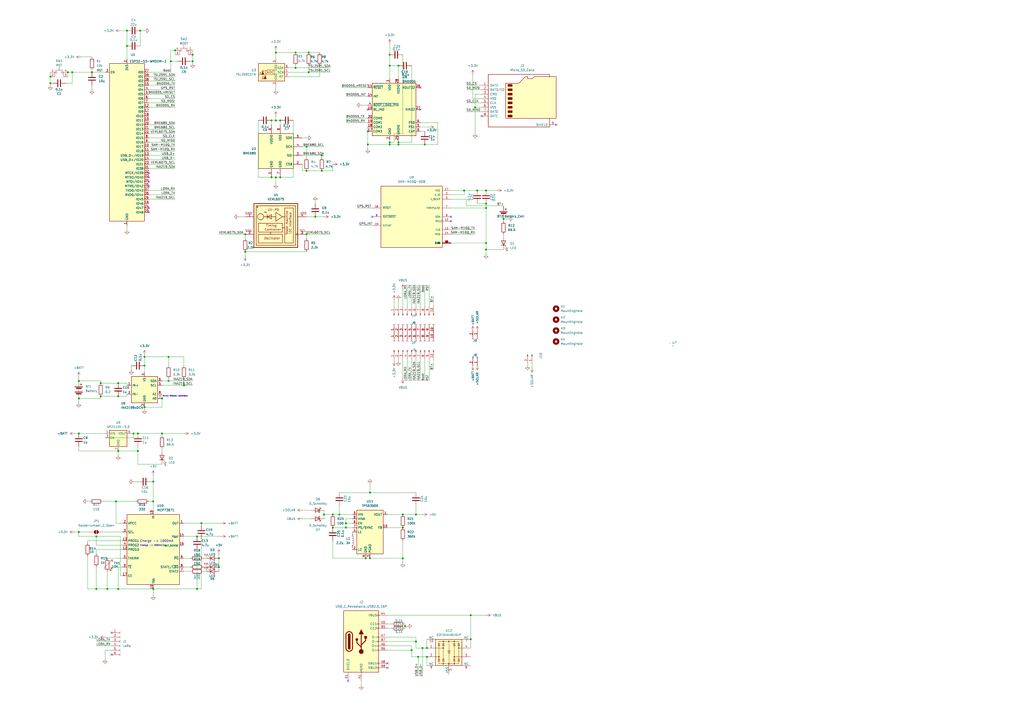
<source format=kicad_sch>
(kicad_sch (version 20250114) (generator "eeschema") (generator_version "9.0")
  (paper "A2")
  (text "Charge -> 1000mA\n" (at 90.932 313.944 0) (effects (font (size 1.27 1.27))))
  (text "Charge -> 500mA\n" (at 87.63 316.484 0) (effects (font (size 0.889 0.889))))
  (text "REVIEW POSSIBLE ADDRESSES\n" (at 101.6 229.87 0) (effects (font (size 0.635 0.635))))
  (junction (at 241.3 298.45))
  (junction (at 127 328.93))
  (junction (at 196.85 298.45))
  (junction (at 179.07 41.91))
  (junction (at 53.34 41.91))
  (junction (at 245.11 375.92))
  (junction (at 186.69 90.17))
  (junction (at 39.37 41.91))
  (junction (at 83.82 212.09))
  (junction (at 83.82 207.01))
  (junction (at 111.76 35.56))
  (junction (at 77.47 251.46))
  (junction (at 162.56 69.85))
  (junction (at 157.48 69.85))
  (junction (at 114.3 311.15))
  (junction (at 247.65 375.92))
  (junction (at 226.06 83.82))
  (junction (at 142.24 146.05))
  (junction (at 157.48 102.87))
  (junction (at 179.07 30.48))
  (junction (at 127 323.85))
  (junction (at 68.58 222.25))
  (junction (at 177.8 135.89))
  (junction (at 231.14 82.55))
  (junction (at 93.98 251.46))
  (junction (at 281.94 120.65))
  (junction (at 160.02 102.87))
  (junction (at 242.57 381))
  (junction (at 162.56 102.87))
  (junction (at 226.06 82.55))
  (junction (at 62.23 341.63))
  (junction (at 246.38 83.82))
  (junction (at 226.06 31.75))
  (junction (at 226.06 38.1))
  (junction (at 273.05 370.84))
  (junction (at 276.86 110.49))
  (junction (at 29.21 44.45))
  (junction (at 231.14 83.82))
  (junction (at 68.58 341.63))
  (junction (at 142.24 135.89))
  (junction (at 281.94 144.78))
  (junction (at 233.68 306.07))
  (junction (at 29.21 48.26))
  (junction (at 67.31 290.83))
  (junction (at 99.06 35.56))
  (junction (at 187.96 298.45))
  (junction (at 88.9 341.63))
  (junction (at 273.05 356.87))
  (junction (at 58.42 229.87))
  (junction (at 45.72 231.14))
  (junction (at 101.6 29.21))
  (junction (at 116.84 303.53))
  (junction (at 73.66 17.78))
  (junction (at 83.82 236.22))
  (junction (at 233.68 298.45))
  (junction (at 41.91 41.91))
  (junction (at 231.14 38.1))
  (junction (at 160.02 30.48))
  (junction (at 281.94 110.49))
  (junction (at 58.42 222.25))
  (junction (at 160.02 69.85))
  (junction (at 68.58 229.87))
  (junction (at 214.63 285.75))
  (junction (at 80.01 261.62))
  (junction (at 292.1 127))
  (junction (at 281.94 118.11))
  (junction (at 55.88 341.63))
  (junction (at 200.66 303.53))
  (junction (at 177.8 99.06))
  (junction (at 88.9 290.83))
  (junction (at 213.36 83.82))
  (junction (at 214.63 323.85))
  (junction (at 193.04 306.07))
  (junction (at 45.72 308.61))
  (junction (at 93.98 231.14))
  (junction (at 111.76 31.75))
  (junction (at 114.3 341.63))
  (junction (at 200.66 306.07))
  (junction (at 106.68 223.52))
  (junction (at 238.76 377.19))
  (junction (at 233.68 323.85))
  (junction (at 97.79 207.01))
  (junction (at 234.95 363.22))
  (junction (at 212.09 323.85))
  (junction (at 80.01 251.46))
  (junction (at 88.9 279.4))
  (junction (at 55.88 311.15))
  (junction (at 247.65 381))
  (junction (at 186.69 99.06))
  (junction (at 45.72 220.98))
  (junction (at 193.04 298.45))
  (junction (at 213.36 76.2))
  (junction (at 275.59 62.23))
  (junction (at 182.88 125.73))
  (junction (at 177.8 85.09))
  (junction (at 281.94 140.97))
  (junction (at 269.24 110.49))
  (junction (at 81.28 17.78))
  (junction (at 241.3 372.11))
  (junction (at 68.58 261.62))
  (junction (at 73.66 26.67))
  (junction (at 97.79 220.98))
  (junction (at 45.72 251.46))
  (junction (at 171.45 30.48))
  (junction (at 171.45 39.37))
  (no_connect (at 86.36 100.33))
  (no_connect (at 64.77 367.03))
  (no_connect (at 201.93 394.97))
  (no_connect (at 86.36 105.41))
  (no_connect (at 215.9 125.73))
  (no_connect (at 243.84 50.8))
  (no_connect (at 224.79 387.35))
  (no_connect (at 86.36 123.19))
  (no_connect (at 261.62 128.27))
  (no_connect (at 86.36 102.87))
  (no_connect (at 213.36 63.5))
  (no_connect (at 243.84 63.5))
  (no_connect (at 261.62 125.73))
  (no_connect (at 279.4 67.31))
  (no_connect (at 322.58 72.39))
  (no_connect (at 86.36 120.65))
  (no_connect (at 86.36 107.95))
  (no_connect (at 64.77 379.73))
  (no_connect (at 224.79 384.81))
  (wire (pts (xy 88.9 290.83) (xy 88.9 279.4)))
  (wire (pts (xy 55.88 328.93) (xy 55.88 341.63)))
  (wire (pts (xy 245.11 375.92) (xy 245.11 392.43)))
  (wire (pts (xy 292.1 137.16) (xy 292.1 135.89)))
  (wire (pts (xy 39.37 41.91) (xy 39.37 44.45)))
  (wire (pts (xy 93.98 251.46) (xy 106.68 251.46)))
  (wire (pts (xy 127 321.31) (xy 127 323.85)))
  (wire (pts (xy 97.79 220.98) (xy 97.79 219.71)))
  (wire (pts (xy 224.79 374.65) (xy 238.76 374.65)))
  (wire (pts (xy 231.14 38.1) (xy 231.14 45.72)))
  (wire (pts (xy 88.9 275.59) (xy 88.9 279.4)))
  (wire (pts (xy 127 135.89) (xy 142.24 135.89)))
  (wire (pts (xy 238.76 374.65) (xy 238.76 377.19)))
  (wire (pts (xy 106.68 323.85) (xy 110.49 323.85)))
  (wire (pts (xy 270.51 115.57) (xy 270.51 119.38)))
  (wire (pts (xy 58.42 222.25) (xy 68.58 222.25)))
  (wire (pts (xy 68.58 328.93) (xy 68.58 341.63)))
  (wire (pts (xy 43.18 308.61) (xy 45.72 308.61)))
  (wire (pts (xy 86.36 95.25) (xy 101.6 95.25)))
  (wire (pts (xy 228.6 208.28) (xy 228.6 209.55)))
  (wire (pts (xy 207.01 120.65) (xy 215.9 120.65)))
  (wire (pts (xy 167.64 44.45) (xy 185.42 44.45)))
  (wire (pts (xy 58.42 229.87) (xy 68.58 229.87)))
  (wire (pts (xy 160.02 49.53) (xy 160.02 52.07)))
  (wire (pts (xy 231.14 82.55) (xy 231.14 83.82)))
  (wire (pts (xy 88.9 295.91) (xy 88.9 290.83)))
  (wire (pts (xy 67.31 290.83) (xy 67.31 303.53)))
  (wire (pts (xy 116.84 312.42) (xy 116.84 341.63)))
  (wire (pts (xy 238.76 82.55) (xy 231.14 82.55)))
  (wire (pts (xy 214.63 285.75) (xy 196.85 285.75)))
  (wire (pts (xy 93.98 228.6) (xy 93.98 231.14)))
  (wire (pts (xy 261.62 113.03) (xy 269.24 113.03)))
  (wire (pts (xy 261.62 110.49) (xy 269.24 110.49)))
  (wire (pts (xy 228.6 77.47) (xy 228.6 82.55)))
  (wire (pts (xy 127 323.85) (xy 127 328.93)))
  (wire (pts (xy 171.45 39.37) (xy 191.77 39.37)))
  (wire (pts (xy 175.26 99.06) (xy 177.8 99.06)))
  (wire (pts (xy 93.98 252.73) (xy 93.98 251.46)))
  (wire (pts (xy 193.04 99.06) (xy 186.69 99.06)))
  (wire (pts (xy 248.92 165.1) (xy 248.92 177.8)))
  (wire (pts (xy 179.07 41.91) (xy 179.07 38.1)))
  (wire (pts (xy 279.4 54.61) (xy 275.59 54.61)))
  (wire (pts (xy 160.02 102.87) (xy 157.48 102.87)))
  (wire (pts (xy 281.94 140.97) (xy 281.94 120.65)))
  (wire (pts (xy 167.64 41.91) (xy 179.07 41.91)))
  (wire (pts (xy 81.28 17.78) (xy 81.28 26.67)))
  (wire (pts (xy 77.47 279.4) (xy 80.01 279.4)))
  (wire (pts (xy 236.22 165.1) (xy 236.22 177.8)))
  (wire (pts (xy 111.76 31.75) (xy 111.76 35.56)))
  (wire (pts (xy 29.21 41.91) (xy 29.21 44.45)))
  (wire (pts (xy 76.2 212.09) (xy 76.2 214.63)))
  (wire (pts (xy 50.8 322.58) (xy 50.8 341.63)))
  (wire (pts (xy 234.95 363.22) (xy 234.95 364.49)))
  (wire (pts (xy 204.47 317.5) (xy 204.47 318.77)))
  (wire (pts (xy 243.84 73.66) (xy 248.92 73.66)))
  (wire (pts (xy 177.8 125.73) (xy 182.88 125.73)))
  (wire (pts (xy 157.48 69.85) (xy 157.48 72.39)))
  (wire (pts (xy 226.06 81.28) (xy 226.06 82.55)))
  (wire (pts (xy 50.8 290.83) (xy 52.07 290.83)))
  (wire (pts (xy 226.06 82.55) (xy 226.06 83.82)))
  (wire (pts (xy 62.23 323.85) (xy 71.12 323.85)))
  (wire (pts (xy 106.68 328.93) (xy 110.49 328.93)))
  (wire (pts (xy 86.36 49.53) (xy 101.6 49.53)))
  (wire (pts (xy 60.96 369.57) (xy 64.77 369.57)))
  (wire (pts (xy 114.3 341.63) (xy 88.9 341.63)))
  (wire (pts (xy 233.68 313.69) (xy 233.68 323.85)))
  (wire (pts (xy 93.98 223.52) (xy 106.68 223.52)))
  (wire (pts (xy 175.26 85.09) (xy 177.8 85.09)))
  (wire (pts (xy 200.66 306.07) (xy 200.66 303.53)))
  (wire (pts (xy 88.9 279.4) (xy 87.63 279.4)))
  (wire (pts (xy 196.85 293.37) (xy 196.85 298.45)))
  (wire (pts (xy 73.66 130.81) (xy 73.66 133.35)))
  (wire (pts (xy 233.68 31.75) (xy 233.68 77.47)))
  (wire (pts (xy 251.46 208.28) (xy 251.46 214.63)))
  (wire (pts (xy 269.24 113.03) (xy 269.24 110.49)))
  (wire (pts (xy 93.98 269.24) (xy 80.01 269.24)))
  (wire (pts (xy 55.88 321.31) (xy 55.88 318.77)))
  (wire (pts (xy 45.72 251.46) (xy 60.96 251.46)))
  (wire (pts (xy 86.36 85.09) (xy 101.6 85.09)))
  (wire (pts (xy 242.57 381) (xy 247.65 381)))
  (wire (pts (xy 231.14 83.82) (xy 246.38 83.82)))
  (wire (pts (xy 86.36 74.93) (xy 101.6 74.93)))
  (wire (pts (xy 86.36 57.15) (xy 101.6 57.15)))
  (wire (pts (xy 73.66 228.6) (xy 73.66 229.87)))
  (wire (pts (xy 81.28 17.78) (xy 83.82 17.78)))
  (wire (pts (xy 55.88 374.65) (xy 64.77 374.65)))
  (wire (pts (xy 246.38 165.1) (xy 246.38 177.8)))
  (wire (pts (xy 50.8 313.69) (xy 71.12 313.69)))
  (wire (pts (xy 281.94 147.32) (xy 281.94 144.78)))
  (wire (pts (xy 231.14 173.99) (xy 231.14 177.8)))
  (wire (pts (xy 162.56 69.85) (xy 162.56 72.39)))
  (wire (pts (xy 209.55 394.97) (xy 209.55 397.51)))
  (wire (pts (xy 29.21 48.26) (xy 29.21 49.53)))
  (wire (pts (xy 142.24 146.05) (xy 177.8 146.05)))
  (wire (pts (xy 46.99 33.02) (xy 53.34 33.02)))
  (wire (pts (xy 86.36 87.63) (xy 101.6 87.63)))
  (wire (pts (xy 233.68 208.28) (xy 233.68 219.71)))
  (wire (pts (xy 86.36 90.17) (xy 101.6 90.17)))
  (wire (pts (xy 281.94 110.49) (xy 288.29 110.49)))
  (wire (pts (xy 160.02 30.48) (xy 160.02 34.29)))
  (wire (pts (xy 224.79 306.07) (xy 233.68 306.07)))
  (wire (pts (xy 224.79 372.11) (xy 241.3 372.11)))
  (wire (pts (xy 149.86 69.85) (xy 149.86 102.87)))
  (wire (pts (xy 242.57 392.43) (xy 242.57 381)))
  (wire (pts (xy 73.66 229.87) (xy 68.58 229.87)))
  (wire (pts (xy 213.36 83.82) (xy 226.06 83.82)))
  (wire (pts (xy 213.36 76.2) (xy 213.36 83.82)))
  (wire (pts (xy 101.6 29.21) (xy 99.06 29.21)))
  (wire (pts (xy 224.79 377.19) (xy 238.76 377.19)))
  (wire (pts (xy 86.36 110.49) (xy 101.6 110.49)))
  (wire (pts (xy 177.8 135.89) (xy 191.77 135.89)))
  (wire (pts (xy 196.85 298.45) (xy 193.04 298.45)))
  (wire (pts (xy 73.66 223.52) (xy 73.66 222.25)))
  (wire (pts (xy 213.36 73.66) (xy 213.36 76.2)))
  (wire (pts (xy 281.94 140.97) (xy 281.94 144.78)))
  (wire (pts (xy 274.32 43.18) (xy 274.32 57.15)))
  (wire (pts (xy 77.47 251.46) (xy 80.01 251.46)))
  (wire (pts (xy 60.96 254) (xy 77.47 254)))
  (wire (pts (xy 214.63 280.67) (xy 214.63 285.75)))
  (wire (pts (xy 41.91 48.26) (xy 41.91 41.91)))
  (wire (pts (xy 308.61 210.82) (xy 308.61 213.36)))
  (wire (pts (xy 243.84 165.1) (xy 243.84 177.8)))
  (wire (pts (xy 114.3 341.63) (xy 116.84 341.63)))
  (wire (pts (xy 254 71.12) (xy 254 83.82)))
  (wire (pts (xy 231.14 81.28) (xy 231.14 82.55)))
  (wire (pts (xy 71.12 316.23) (xy 55.88 316.23)))
  (wire (pts (xy 204.47 308.61) (xy 204.47 309.88)))
  (wire (pts (xy 193.04 95.25) (xy 193.04 99.06)))
  (wire (pts (xy 160.02 69.85) (xy 162.56 69.85)))
  (wire (pts (xy 175.26 300.99) (xy 180.34 300.99)))
  (wire (pts (xy 270.51 59.69) (xy 279.4 59.69)))
  (wire (pts (xy 45.72 261.62) (xy 45.72 259.08)))
  (wire (pts (xy 29.21 44.45) (xy 29.21 48.26)))
  (wire (pts (xy 177.8 85.09) (xy 177.8 91.44)))
  (wire (pts (xy 58.42 220.98) (xy 45.72 220.98)))
  (wire (pts (xy 86.36 62.23) (xy 101.6 62.23)))
  (wire (pts (xy 114.3 318.77) (xy 114.3 341.63)))
  (wire (pts (xy 138.43 125.73) (xy 142.24 125.73)))
  (wire (pts (xy 238.76 377.19) (xy 238.76 381)))
  (wire (pts (xy 224.79 369.57) (xy 241.3 369.57)))
  (wire (pts (xy 200.66 303.53) (xy 204.47 303.53)))
  (wire (pts (xy 209.55 60.96) (xy 213.36 60.96)))
  (wire (pts (xy 116.84 303.53) (xy 128.27 303.53)))
  (wire (pts (xy 247.65 381) (xy 247.65 386.08)))
  (wire (pts (xy 106.68 207.01) (xy 97.79 207.01)))
  (wire (pts (xy 241.3 293.37) (xy 241.3 298.45)))
  (wire (pts (xy 99.06 35.56) (xy 99.06 41.91)))
  (wire (pts (xy 177.8 135.89) (xy 177.8 138.43)))
  (wire (pts (xy 60.96 377.19) (xy 60.96 382.27)))
  (wire (pts (xy 273.05 356.87) (xy 281.94 356.87)))
  (wire (pts (xy 102.87 35.56) (xy 99.06 35.56)))
  (wire (pts (xy 106.68 223.52) (xy 111.76 223.52)))
  (wire (pts (xy 226.06 38.1) (xy 226.06 45.72)))
  (wire (pts (xy 45.72 308.61) (xy 52.07 308.61)))
  (wire (pts (xy 185.42 44.45) (xy 185.42 38.1)))
  (wire (pts (xy 86.36 82.55) (xy 101.6 82.55)))
  (wire (pts (xy 77.47 251.46) (xy 77.47 254)))
  (wire (pts (xy 261.62 115.57) (xy 270.51 115.57)))
  (wire (pts (xy 58.42 231.14) (xy 45.72 231.14)))
  (wire (pts (xy 275.59 77.47) (xy 275.59 62.23)))
  (wire (pts (xy 270.51 119.38) (xy 292.1 119.38)))
  (wire (pts (xy 261.62 120.65) (xy 281.94 120.65)))
  (wire (pts (xy 80.01 261.62) (xy 68.58 261.62)))
  (wire (pts (xy 200.66 71.12) (xy 213.36 71.12)))
  (wire (pts (xy 233.68 323.85) (xy 233.68 326.39)))
  (wire (pts (xy 224.79 364.49) (xy 227.33 364.49)))
  (wire (pts (xy 228.6 173.99) (xy 228.6 177.8)))
  (wire (pts (xy 187.96 298.45) (xy 187.96 295.91)))
  (wire (pts (xy 200.66 300.99) (xy 204.47 300.99)))
  (wire (pts (xy 69.85 311.15) (xy 55.88 311.15)))
  (wire (pts (xy 118.11 328.93) (xy 119.38 328.93)))
  (wire (pts (xy 88.9 341.63) (xy 88.9 345.44)))
  (wire (pts (xy 170.18 69.85) (xy 170.18 102.87)))
  (wire (pts (xy 41.91 41.91) (xy 53.34 41.91)))
  (wire (pts (xy 86.36 77.47) (xy 101.6 77.47)))
  (wire (pts (xy 62.23 341.63) (xy 68.58 341.63)))
  (wire (pts (xy 83.82 207.01) (xy 83.82 212.09)))
  (wire (pts (xy 149.86 102.87) (xy 157.48 102.87)))
  (wire (pts (xy 186.69 90.17) (xy 187.96 90.17)))
  (wire (pts (xy 171.45 39.37) (xy 171.45 38.1)))
  (wire (pts (xy 238.76 38.1) (xy 238.76 82.55)))
  (wire (pts (xy 276.86 110.49) (xy 281.94 110.49)))
  (wire (pts (xy 261.62 135.89) (xy 275.59 135.89)))
  (wire (pts (xy 171.45 30.48) (xy 179.07 30.48)))
  (wire (pts (xy 233.68 167.64) (xy 233.68 177.8)))
  (wire (pts (xy 78.74 290.83) (xy 67.31 290.83)))
  (wire (pts (xy 167.64 39.37) (xy 171.45 39.37)))
  (wire (pts (xy 55.88 316.23) (xy 55.88 311.15)))
  (wire (pts (xy 226.06 25.4) (xy 226.06 31.75)))
  (wire (pts (xy 200.66 68.58) (xy 213.36 68.58)))
  (wire (pts (xy 234.95 361.95) (xy 234.95 363.22)))
  (wire (pts (xy 73.66 26.67) (xy 73.66 34.29)))
  (wire (pts (xy 86.36 115.57) (xy 101.6 115.57)))
  (wire (pts (xy 241.3 298.45) (xy 233.68 298.45)))
  (wire (pts (xy 64.77 377.19) (xy 60.96 377.19)))
  (wire (pts (xy 160.02 30.48) (xy 171.45 30.48)))
  (wire (pts (xy 38.1 48.26) (xy 41.91 48.26)))
  (wire (pts (xy 50.8 314.96) (xy 50.8 313.69)))
  (wire (pts (xy 71.12 334.01) (xy 69.85 334.01)))
  (wire (pts (xy 58.42 229.87) (xy 58.42 231.14)))
  (wire (pts (xy 193.04 313.69) (xy 193.04 323.85)))
  (wire (pts (xy 200.66 55.88) (xy 213.36 55.88)))
  (wire (pts (xy 187.96 298.45) (xy 187.96 300.99)))
  (wire (pts (xy 238.76 381) (xy 242.57 381)))
  (wire (pts (xy 53.34 49.53) (xy 53.34 52.07)))
  (wire (pts (xy 292.1 127) (xy 292.1 128.27)))
  (wire (pts (xy 200.66 306.07) (xy 204.47 306.07)))
  (wire (pts (xy 226.06 38.1) (xy 231.14 38.1)))
  (wire (pts (xy 275.59 62.23) (xy 279.4 62.23)))
  (wire (pts (xy 193.04 298.45) (xy 187.96 298.45)))
  (wire (pts (xy 208.28 130.81) (xy 215.9 130.81)))
  (wire (pts (xy 106.68 223.52) (xy 106.68 219.71)))
  (wire (pts (xy 71.12 328.93) (xy 68.58 328.93)))
  (wire (pts (xy 241.3 372.11) (xy 241.3 375.92)))
  (wire (pts (xy 106.68 331.47) (xy 110.49 331.47)))
  (wire (pts (xy 182.88 116.84) (xy 182.88 118.11)))
  (wire (pts (xy 177.8 99.06) (xy 186.69 99.06)))
  (wire (pts (xy 45.72 218.44) (xy 45.72 220.98)))
  (wire (pts (xy 83.82 212.09) (xy 83.82 215.9)))
  (wire (pts (xy 241.3 369.57) (xy 241.3 372.11)))
  (wire (pts (xy 142.24 135.89) (xy 142.24 138.43)))
  (wire (pts (xy 106.68 212.09) (xy 106.68 207.01)))
  (wire (pts (xy 245.11 375.92) (xy 247.65 375.92)))
  (wire (pts (xy 97.79 212.09) (xy 97.79 207.01)))
  (wire (pts (xy 80.01 259.08) (xy 80.01 261.62)))
  (wire (pts (xy 86.36 46.99) (xy 101.6 46.99)))
  (wire (pts (xy 86.36 80.01) (xy 101.6 80.01)))
  (wire (pts (xy 198.12 50.8) (xy 213.36 50.8)))
  (wire (pts (xy 241.3 375.92) (xy 245.11 375.92)))
  (wire (pts (xy 241.3 165.1) (xy 241.3 177.8)))
  (wire (pts (xy 93.98 236.22) (xy 83.82 236.22)))
  (wire (pts (xy 111.76 29.21) (xy 111.76 31.75)))
  (wire (pts (xy 261.62 133.35) (xy 275.59 133.35)))
  (wire (pts (xy 270.51 52.07) (xy 279.4 52.07)))
  (wire (pts (xy 193.04 306.07) (xy 200.66 306.07)))
  (wire (pts (xy 292.1 127) (xy 294.64 127)))
  (wire (pts (xy 111.76 35.56) (xy 110.49 35.56)))
  (wire (pts (xy 193.04 323.85) (xy 212.09 323.85)))
  (wire (pts (xy 29.21 48.26) (xy 30.48 48.26)))
  (wire (pts (xy 270.51 49.53) (xy 279.4 49.53)))
  (wire (pts (xy 86.36 92.71) (xy 101.6 92.71)))
  (wire (pts (xy 111.76 35.56) (xy 111.76 36.83)))
  (wire (pts (xy 68.58 341.63) (xy 88.9 341.63)))
  (wire (pts (xy 214.63 323.85) (xy 233.68 323.85)))
  (wire (pts (xy 281.94 118.11) (xy 281.94 120.65)))
  (wire (pts (xy 224.79 361.95) (xy 227.33 361.95)))
  (wire (pts (xy 86.36 113.03) (xy 101.6 113.03)))
  (wire (pts (xy 58.42 222.25) (xy 58.42 220.98)))
  (wire (pts (xy 273.05 356.87) (xy 224.79 356.87)))
  (wire (pts (xy 93.98 260.35) (xy 93.98 261.62)))
  (wire (pts (xy 116.84 303.53) (xy 106.68 303.53)))
  (wire (pts (xy 106.68 311.15) (xy 114.3 311.15)))
  (wire (pts (xy 83.82 205.74) (xy 83.82 207.01)))
  (wire (pts (xy 68.58 261.62) (xy 45.72 261.62)))
  (wire (pts (xy 182.88 125.73) (xy 187.96 125.73)))
  (wire (pts (xy 270.51 64.77) (xy 279.4 64.77)))
  (wire (pts (xy 86.36 72.39) (xy 101.6 72.39)))
  (wire (pts (xy 118.11 331.47) (xy 119.38 331.47)))
  (wire (pts (xy 241.3 220.98) (xy 241.3 208.28)))
  (wire (pts (xy 204.47 298.45) (xy 196.85 298.45)))
  (wire (pts (xy 45.72 311.15) (xy 45.72 308.61)))
  (wire (pts (xy 55.88 341.63) (xy 62.23 341.63)))
  (wire (pts (xy 160.02 102.87) (xy 162.56 102.87)))
  (wire (pts (xy 214.63 285.75) (xy 241.3 285.75)))
  (wire (pts (xy 213.36 83.82) (xy 213.36 86.36)))
  (wire (pts (xy 43.18 251.46) (xy 45.72 251.46)))
  (wire (pts (xy 73.66 17.78) (xy 73.66 26.67)))
  (wire (pts (xy 276.86 118.11) (xy 281.94 118.11)))
  (wire (pts (xy 86.36 52.07) (xy 101.6 52.07)))
  (wire (pts (xy 69.85 17.78) (xy 73.66 17.78)))
  (wire (pts (xy 273.05 370.84) (xy 273.05 375.92)))
  (wire (pts (xy 233.68 77.47) (xy 228.6 77.47)))
  (wire (pts (xy 160.02 69.85) (xy 157.48 69.85)))
  (wire (pts (xy 99.06 29.21) (xy 99.06 35.56)))
  (wire (pts (xy 55.88 372.11) (xy 64.77 372.11)))
  (wire (pts (xy 175.26 90.17) (xy 186.69 90.17)))
  (wire (pts (xy 116.84 303.53) (xy 116.84 304.8)))
  (wire (pts (xy 269.24 110.49) (xy 276.86 110.49)))
  (wire (pts (xy 243.84 220.98) (xy 243.84 208.28)))
  (wire (pts (xy 186.69 90.17) (xy 186.69 91.44)))
  (wire (pts (xy 114.3 311.15) (xy 128.27 311.15)))
  (wire (pts (xy 39.37 41.91) (xy 41.91 41.91)))
  (wire (pts (xy 200.66 303.53) (xy 200.66 300.99)))
  (wire (pts (xy 175.26 95.25) (xy 175.26 99.06)))
  (wire (pts (xy 274.32 57.15) (xy 279.4 57.15)))
  (wire (pts (xy 142.24 146.05) (xy 142.24 148.59)))
  (wire (pts (xy 234.95 363.22) (xy 236.22 363.22)))
  (wire (pts (xy 160.02 29.21) (xy 160.02 30.48)))
  (wire (pts (xy 99.06 41.91) (xy 86.36 41.91)))
  (wire (pts (xy 86.36 290.83) (xy 88.9 290.83)))
  (wire (pts (xy 76.2 251.46) (xy 77.47 251.46)))
  (wire (pts (xy 86.36 59.69) (xy 101.6 59.69)))
  (wire (pts (xy 246.38 208.28) (xy 246.38 220.98)))
  (wire (pts (xy 273.05 370.84) (xy 273.05 356.87)))
  (wire (pts (xy 86.36 97.79) (xy 101.6 97.79)))
  (wire (pts (xy 160.02 67.31) (xy 160.02 69.85)))
  (wire (pts (xy 118.11 323.85) (xy 119.38 323.85)))
  (wire (pts (xy 261.62 140.97) (xy 281.94 140.97)))
  (wire (pts (xy 93.98 231.14) (xy 93.98 236.22)))
  (wire (pts (xy 160.02 106.68) (xy 160.02 102.87)))
  (wire (pts (xy 175.26 295.91) (xy 180.34 295.91)))
  (wire (pts (xy 93.98 251.46) (xy 80.01 251.46)))
  (wire (pts (xy 179.07 41.91) (xy 191.77 41.91)))
  (wire (pts (xy 177.8 85.09) (xy 187.96 85.09)))
  (wire (pts (xy 53.34 40.64) (xy 53.34 41.91)))
  (wire (pts (xy 97.79 220.98) (xy 111.76 220.98)))
  (wire (pts (xy 55.88 311.15) (xy 45.72 311.15)))
  (wire (pts (xy 80.01 269.24) (xy 80.01 261.62)))
  (wire (pts (xy 226.06 83.82) (xy 231.14 83.82)))
  (wire (pts (xy 238.76 220.98) (xy 238.76 208.28)))
  (wire (pts (xy 62.23 331.47) (xy 62.23 341.63)))
  (wire (pts (xy 59.69 290.83) (xy 67.31 290.83)))
  (wire (pts (xy 101.6 29.21) (xy 101.6 31.75)))
  (wire (pts (xy 241.3 298.45) (xy 245.11 298.45)))
  (wire (pts (xy 238.76 165.1) (xy 238.76 177.8)))
  (wire (pts (xy 97.79 207.01) (xy 83.82 207.01)))
  (wire (pts (xy 248.92 208.28) (xy 248.92 220.98)))
  (wire (pts (xy 170.18 102.87) (xy 162.56 102.87)))
  (wire (pts (xy 55.88 318.77) (xy 71.12 318.77)))
  (wire (pts (xy 292.1 144.78) (xy 281.94 144.78)))
  (wire (pts (xy 306.07 210.82) (xy 306.07 212.09)))
  (wire (pts (xy 179.07 30.48) (xy 185.42 30.48)))
  (wire (pts (xy 53.34 41.91) (xy 60.96 41.91)))
  (wire (pts (xy 243.84 71.12) (xy 254 71.12)))
  (wire (pts (xy 231.14 208.28) (xy 231.14 209.55)))
  (wire (pts (xy 68.58 261.62) (xy 68.58 264.16)))
  (wire (pts (xy 127 328.93) (xy 127 331.47)))
  (wire (pts (xy 236.22 220.98) (xy 236.22 208.28)))
  (wire (pts (xy 86.36 44.45) (xy 101.6 44.45)))
  (wire (pts (xy 50.8 341.63) (xy 55.88 341.63)))
  (wire (pts (xy 175.26 80.01) (xy 177.8 80.01)))
  (wire (pts (xy 69.85 334.01) (xy 69.85 311.15)))
  (wire (pts (xy 226.06 31.75) (xy 226.06 38.1)))
  (wire (pts (xy 224.79 298.45) (xy 233.68 298.45)))
  (wire (pts (xy 212.09 323.85) (xy 214.63 323.85)))
  (wire (pts (xy 228.6 82.55) (xy 226.06 82.55)))
  (wire (pts (xy 86.36 54.61) (xy 101.6 54.61)))
  (wire (pts (xy 275.59 54.61) (xy 275.59 62.23)))
  (wire (pts (xy 254 83.82) (xy 246.38 83.82)))
  (wire (pts (xy 73.66 222.25) (xy 68.58 222.25)))
  (wire (pts (xy 59.69 308.61) (xy 71.12 308.61)))
  (wire (pts (xy 45.72 231.14) (xy 45.72 233.68)))
  (wire (pts (xy 251.46 171.45) (xy 251.46 177.8)))
  (wire (pts (xy 243.84 76.2) (xy 246.38 76.2)))
  (wire (pts (xy 247.65 370.84) (xy 247.65 375.92)))
  (wire (pts (xy 83.82 236.22) (xy 83.82 237.49)))
  (wire (pts (xy 93.98 220.98) (xy 97.79 220.98)))
  (wire (pts (xy 67.31 303.53) (xy 71.12 303.53)))
  (label "INA219_SCL" (at 243.84 165.1 270))
  (label "SAM-M10Q_TX" (at 101.6 85.09 180))
  (label "GPS_RST" (at 207.01 120.65 0))
  (label "SD_CLK" (at 270.51 59.69 0))
  (label "Boot" (at 246.38 220.98 90))
  (label "GPS_INT" (at 208.28 130.81 0))
  (label "SD_MOSI" (at 101.6 59.69 180))
  (label "BME680_SCL" (at 101.6 74.93 180))
  (label "SAM-M10Q_RX" (at 101.6 87.63 180))
  (label "RST" (at 59.69 41.91 180))
  (label "BNO055_nRESET" (at 198.12 50.8 0))
  (label "BME680_SDA" (at 101.6 72.39 180))
  (label "SD_CS" (at 101.6 57.15 180))
  (label "BT+" (at 251.46 214.63 90))
  (label "SD_MOSI" (at 270.51 52.07 0))
  (label "INA219_SDA" (at 111.76 220.98 180))
  (label "INA219_SDA" (at 241.3 165.1 270))
  (label "TSL2591_SCL" (at 191.77 41.91 180))
  (label "TSL2591_SDA" (at 191.77 39.37 180))
  (label "SD_CLK" (at 101.6 80.01 180))
  (label "BNO055_TX" (at 200.66 68.58 0))
  (label "BNO055_RX" (at 101.6 62.23 180))
  (label "SD_CS" (at 270.51 49.53 0))
  (label "TSL2591_SCL" (at 101.6 46.99 180))
  (label "Boot" (at 99.06 41.91 180))
  (label "Boot" (at 246.38 165.1 270))
  (label "BNO055_RX" (at 200.66 71.12 0))
  (label "LORA_RX" (at 236.22 165.1 270))
  (label "LORA_TX" (at 55.88 372.11 0))
  (label "INA219_SCL" (at 111.76 223.52 180))
  (label "LORA_RX" (at 55.88 374.65 0))
  (label "USB_D+" (at 242.57 392.43 90))
  (label "USB_D-" (at 245.11 392.43 90))
  (label "BNO055_TX" (at 101.6 49.53 180))
  (label "SAM-M10Q_RX" (at 275.59 135.89 180))
  (label "RST" (at 248.92 165.1 270))
  (label "BT+" (at 288.29 119.38 0))
  (label "INA219_SCL" (at 101.6 115.57 180))
  (label "LORA_RX" (at 101.6 110.49 180))
  (label "BME680_SDA" (at 187.96 90.17 180))
  (label "TSL2591_SDA" (at 101.6 44.45 180))
  (label "VEML6075_SDA" (at 127 135.89 0))
  (label "LORA_TX" (at 238.76 165.1 270))
  (label "INA219_SDA" (at 241.3 220.98 90))
  (label "LORA_TX" (at 238.76 220.98 90))
  (label "LORA_TX" (at 101.6 113.03 180))
  (label "USB_D+" (at 101.6 90.17 180))
  (label "VEML6075_SCL" (at 191.77 135.89 180))
  (label "RST" (at 248.92 220.98 90))
  (label "LORA_RX" (at 236.22 220.98 90))
  (label "VEML6075_SDA" (at 101.6 77.47 180))
  (label "GPS_RST" (at 101.6 52.07 180))
  (label "INA219_SDA" (at 101.6 97.79 180))
  (label "BME680_SCL" (at 187.96 85.09 180))
  (label "VEML6075_SCL" (at 101.6 95.25 180))
  (label "INA219_SCL" (at 243.84 220.98 90))
  (label "BT+" (at 251.46 171.45 270))
  (label "SD_MISO" (at 270.51 64.77 0))
  (label "SD_MISO" (at 101.6 82.55 180))
  (label "BNO055_nRESET" (at 101.6 54.61 180))
  (label "BNO055_INT" (at 200.66 55.88 0))
  (label "USB_D-" (at 101.6 92.71 180))
  (label "SAM-M10Q_TX" (at 275.59 133.35 180))
  (symbol (lib_id "RF_Module:ESP32-S3-WROOM-2") (at 73.66 82.55 0) (unit 1)
    (property "Reference" "U1" (at 75.8033 31.75 0) (effects (justify left)))
    (property "Value" "ESP32-S3-WROOM-2" (at 75.184 35.56 0) (effects (justify left)))
    (property "Footprint" "RF_Module:ESP32-S3-WROOM-2" (effects (hide yes)))
    (property "Datasheet" "https://www.espressif.com/sites/default/files/documentation/esp32-s3-wroom-2_datasheet_en.pdf" (effects (hide yes)))
    (property "Description" "RF Module, 2.4 GHz, Wi­-Fi, Bluetooth, BLE, ESP32­-S3R8V" (effects (hide yes)))
  )
  (symbol (lib_id "Device:C") (at 114.3 314.96 0) (unit 1)
    (property "Reference" "C13" (at 116.84 313.69 0) (effects (justify left)))
    (property "Value" "4.7u" (at 116.84 316.23 0) (effects (justify left)))
    (property "Footprint" "Capacitor_SMD:C_0603_1608Metric" (effects (hide yes)))
    (property "Description" "Unpolarized capacitor" (effects (hide yes)))
  )
  (symbol (lib_id "power:GND") (at 83.82 237.49 0) (mirror y) (unit 1)
    (property "Reference" "#PWR021" (effects (hide yes)))
    (property "Value" "GND" (effects (hide yes)))
    (property "Description" "Power symbol creates a global label with name \"GND\" , ground" (effects (hide yes)))
  )
  (symbol (lib_id "power:+BATT") (at 45.72 218.44 0) (unit 1)
    (property "Reference" "#PWR017" (effects (hide yes)))
    (property "Value" "+BATT" (at 45.72 213.36 0))
    (property "Description" "Power symbol creates a global label with name \"+BATT\"" (effects (hide yes)))
  )
  (symbol (lib_id "Connector:Conn_01x02_Pin") (at 276.86 207.01 270) (unit 1)
    (property "Reference" "J8" (at 274.32 205.994 90) (effects (justify left)))
    (property "Value" "Conn_01x02_Pin" (effects (hide yes)))
    (property "Footprint" "Connector_PinHeader_2.54mm:PinHeader_1x02_P2.54mm_Horizontal" (effects (hide yes)))
    (property "Description" "Generic connector, single row, 01x02, script generated" (effects (hide yes)))
  )
  (symbol (lib_id "power:VBUS") (at 281.94 356.87 270) (unit 1)
    (property "Reference" "#PWR049" (effects (hide yes)))
    (property "Value" "VBUS" (at 285.75 356.8699 90) (effects (justify left)))
    (property "Description" "Power symbol creates a global label with name \"VBUS\"" (effects (hide yes)))
  )
  (symbol (lib_id "power:VBUS") (at 233.68 219.71 180) (unit 1)
    (property "Reference" "#PWR057" (effects (hide yes)))
    (property "Value" "VBUS" (at 233.68 224.79 0))
    (property "Description" "Power symbol creates a global label with name \"VBUS\"" (effects (hide yes)))
  )
  (symbol (lib_id "Device:C") (at 53.34 45.72 0) (unit 1)
    (property "Reference" "C2" (at 57.15 44.4499 0) (effects (justify left)))
    (property "Value" "10u" (at 57.15 46.9899 0) (effects (justify left)))
    (property "Footprint" "Capacitor_SMD:C_0603_1608Metric" (effects (hide yes)))
    (property "Description" "Unpolarized capacitor" (effects (hide yes)))
  )
  (symbol (lib_id "power:GND") (at 306.07 212.09 0) (mirror y) (unit 1)
    (property "Reference" "#PWR062" (effects (hide yes)))
    (property "Value" "GND" (effects (hide yes)))
    (property "Description" "Power symbol creates a global label with name \"GND\" , ground" (effects (hide yes)))
  )
  (symbol (lib_id "Device:C") (at 246.38 80.01 0) (unit 1)
    (property "Reference" "C14" (at 250.444 79.248 0))
    (property "Value" "1u" (at 250.952 80.772 0))
    (property "Footprint" "Capacitor_SMD:C_0603_1608Metric" (effects (hide yes)))
    (property "Description" "Unpolarized capacitor" (effects (hide yes)))
  )
  (symbol (lib_id "power:+5V") (at 175.26 295.91 90) (unit 1)
    (property "Reference" "#PWR047" (effects (hide yes)))
    (property "Value" "+SOLAR" (at 171.45 295.9099 90) (effects (justify left)))
    (property "Description" "Power symbol creates a global label with name \"+5V\"" (effects (hide yes)))
  )
  (symbol (lib_id "Connector:USB_C_Receptacle_USB2.0_16P") (at 209.55 372.11 0) (unit 1)
    (property "Reference" "J2" (at 209.55 349.25 0))
    (property "Value" "USB_C_Receptacle_USB2.0_16P" (at 209.55 351.79 0))
    (property "Footprint" "Connector_USB:USB_C_Receptacle_G-Switch_GT-USB-7010ASV" (effects (hide yes)))
    (property "Datasheet" "https://www.usb.org/sites/default/files/documents/usb_type-c.zip" (effects (hide yes)))
    (property "Description" "USB 2.0-only 16P Type-C Receptacle connector" (effects (hide yes)))
  )
  (symbol (lib_id "Device:R") (at 50.8 318.77 0) (unit 1)
    (property "Reference" "R14" (at 51.816 318.262 0) (effects (justify left)))
    (property "Value" "1k" (at 52.07 320.04 0) (effects (justify left)))
    (property "Footprint" "Resistor_SMD:R_1206_3216Metric" (effects (hide yes)))
    (property "Description" "Resistor" (effects (hide yes)))
  )
  (symbol (lib_id "Device:C") (at 80.01 212.09 90) (unit 1)
    (property "Reference" "C12" (at 78.74 209.55 0) (effects (justify left)))
    (property "Value" "0.1u" (at 81.28 209.55 0) (effects (justify left)))
    (property "Footprint" "Capacitor_SMD:C_0603_1608Metric" (effects (hide yes)))
    (property "Description" "Unpolarized capacitor" (effects (hide yes)))
  )
  (symbol (lib_id "power:+3.3V") (at 288.29 110.49 270) (unit 1)
    (property "Reference" "#PWR026" (effects (hide yes)))
    (property "Value" "+3.3V" (at 292.1 110.4899 90) (effects (justify left)))
    (property "Description" "Power symbol creates a global label with name \"+3.3V\"" (effects (hide yes)))
  )
  (symbol (lib_id "power:+3.3V") (at 187.96 125.73 270) (unit 1)
    (property "Reference" "#PWR014" (effects (hide yes)))
    (property "Value" "+3.3V" (at 191.77 125.7299 90) (effects (justify left)))
    (property "Description" "Power symbol creates a global label with name \"+3.3V\"" (effects (hide yes)))
  )
  (symbol (lib_id "power:+3.3V") (at 274.32 43.18 0) (unit 1)
    (property "Reference" "#PWR034" (effects (hide yes)))
    (property "Value" "+3.3V" (at 274.32 38.1 0))
    (property "Description" "Power symbol creates a global label with name \"+3.3V\"" (effects (hide yes)))
  )
  (symbol (lib_id "Device:R") (at 177.8 142.24 0) (unit 1)
    (property "Reference" "R5" (at 180.34 140.9699 0) (effects (justify left)))
    (property "Value" "2.2k" (at 180.34 143.5099 0) (effects (justify left)))
    (property "Footprint" "Resistor_SMD:R_0603_1608Metric" (effects (hide yes)))
    (property "Description" "Resistor" (effects (hide yes)))
  )
  (symbol (lib_id "Device:R") (at 97.79 215.9 0) (unit 1)
    (property "Reference" "R10" (at 100.33 214.6299 0) (effects (justify left)))
    (property "Value" "3.3k" (at 100.33 217.1699 0) (effects (justify left)))
    (property "Footprint" "Resistor_SMD:R_0603_1608Metric" (effects (hide yes)))
    (property "Description" "Resistor" (effects (hide yes)))
  )
  (symbol (lib_id "Device:C") (at 45.72 255.27 0) (unit 1)
    (property "Reference" "C9" (at 48.26 254 0) (effects (justify left)))
    (property "Value" "1u" (at 48.26 256.54 0) (effects (justify left)))
    (property "Footprint" "Capacitor_SMD:C_0603_1608Metric" (effects (hide yes)))
    (property "Description" "Unpolarized capacitor" (effects (hide yes)))
  )
  (symbol (lib_id "Device:R") (at 231.14 361.95 90) (unit 1)
    (property "Reference" "R24" (at 231.14 361.95 90))
    (property "Value" "5.1k" (at 231.394 359.918 90))
    (property "Footprint" "Resistor_SMD:R_1206_3216Metric" (effects (hide yes)))
    (property "Description" "Resistor" (effects (hide yes)))
  )
  (symbol (lib_id "power:+BATT") (at 128.27 311.15 270) (unit 1)
    (property "Reference" "#PWR038" (effects (hide yes)))
    (property "Value" "+BATT" (at 132.08 311.1499 90) (effects (justify left)))
    (property "Description" "Power symbol creates a global label with name \"+BATT\"" (effects (hide yes)))
  )
  (symbol (lib_id "Device:R") (at 93.98 256.54 0) (unit 1)
    (property "Reference" "R13" (at 96.52 255.2699 0) (effects (justify left)))
    (property "Value" "66.5" (at 96.52 257.8099 0) (effects (justify left)))
    (property "Footprint" "Resistor_SMD:R_1206_3216Metric" (effects (hide yes)))
    (property "Description" "Resistor" (effects (hide yes)))
  )
  (symbol (lib_id "Device:C") (at 241.3 289.56 0) (unit 1)
    (property "Reference" "C24" (at 244.729 291.211 90) (effects (justify left)))
    (property "Value" "10u" (at 247.015 291.465 90) (effects (justify left)))
    (property "Footprint" "Capacitor_SMD:C_0603_1608Metric" (effects (hide yes)))
    (property "Description" "Unpolarized capacitor" (effects (hide yes)))
  )
  (symbol (lib_id "power:+3.3V") (at 43.18 308.61 90) (unit 1)
    (property "Reference" "#PWR043" (effects (hide yes)))
    (property "Value" "+3.3V" (at 39.37 308.6099 90) (effects (justify left)))
    (property "Description" "Power symbol creates a global label with name \"+3.3V\"" (effects (hide yes)))
  )
  (symbol (lib_id "Device:R") (at 185.42 34.29 0) (unit 1)
    (property "Reference" "R8" (at 186.436 33.02 0) (effects (justify left)))
    (property "Value" "4.7k" (at 186.436 35.56 0) (effects (justify left)))
    (property "Footprint" "Resistor_SMD:R_0603_1608Metric" (effects (hide yes)))
    (property "Description" "Resistor" (effects (hide yes)))
  )
  (symbol (lib_id "power:GND") (at 275.59 77.47 0) (mirror y) (unit 1)
    (property "Reference" "#PWR033" (effects (hide yes)))
    (property "Value" "GND" (effects (hide yes)))
    (property "Description" "Power symbol creates a global label with name \"GND\" , ground" (effects (hide yes)))
  )
  (symbol (lib_id "power:GND") (at 60.96 382.27 0) (mirror y) (unit 1)
    (property "Reference" "#PWR024" (effects (hide yes)))
    (property "Value" "GND" (effects (hide yes)))
    (property "Description" "Power symbol creates a global label with name \"GND\" , ground" (effects (hide yes)))
  )
  (symbol (lib_id "Device:R") (at 114.3 328.93 270) (mirror x) (unit 1)
    (property "Reference" "R19" (at 114.3 324.358 90))
    (property "Value" "150" (at 114.3 326.898 90))
    (property "Footprint" "Resistor_SMD:R_1206_3216Metric" (effects (hide yes)))
    (property "Description" "Resistor" (effects (hide yes)))
  )
  (symbol (lib_id "Device:R") (at 179.07 34.29 0) (unit 1)
    (property "Reference" "R6" (at 180.086 33.02 0) (effects (justify left)))
    (property "Value" "4.7k" (at 180.086 35.56 0) (effects (justify left)))
    (property "Footprint" "Resistor_SMD:R_0603_1608Metric" (effects (hide yes)))
    (property "Description" "Resistor" (effects (hide yes)))
  )
  (symbol (lib_id "via:via") (at 388.62 199.39 0) (unit 1)
    (property "Reference" "U7" (at 389.89 198.7549 0) (effects (justify left)))
    (property "Value" "~" (at 389.89 200.66 0) (effects (justify left)))
    (property "Footprint" "via:via_4-2" (effects (hide yes)))
  )
  (symbol (lib_id "Device:R") (at 82.55 290.83 270) (unit 1)
    (property "Reference" "R16" (at 80.518 292.862 90) (effects (justify left)))
    (property "Value" "330" (at 80.518 295.402 90) (effects (justify left)))
    (property "Footprint" "Resistor_SMD:R_1206_3216Metric" (effects (hide yes)))
    (property "Description" "Resistor" (effects (hide yes)))
  )
  (symbol (lib_id "power:GND") (at 231.14 173.99 180) (unit 1)
    (property "Reference" "#PWR056" (effects (hide yes)))
    (property "Value" "GND" (effects (hide yes)))
    (property "Description" "Power symbol creates a global label with name \"GND\" , ground" (effects (hide yes)))
  )
  (symbol (lib_id "power:+BATT") (at 128.27 303.53 270) (unit 1)
    (property "Reference" "#PWR039" (effects (hide yes)))
    (property "Value" "+BATT" (at 132.08 303.5299 90) (effects (justify left)))
    (property "Description" "Power symbol creates a global label with name \"+BATT\"" (effects (hide yes)))
  )
  (symbol (lib_id "power:+5V") (at 308.61 213.36 0) (mirror x) (unit 1)
    (property "Reference" "#PWR061" (effects (hide yes)))
    (property "Value" "+SOLAR" (at 308.6101 217.17 90) (effects (justify left)))
    (property "Description" "Power symbol creates a global label with name \"+5V\"" (effects (hide yes)))
  )
  (symbol (lib_id "power:+5V") (at 88.9 275.59 0) (unit 1)
    (property "Reference" "#PWR044" (effects (hide yes)))
    (property "Value" "+5V" (at 88.9 270.51 0))
    (property "Description" "Power symbol creates a global label with name \"+5V\"" (effects (hide yes)))
  )
  (symbol (lib_id "power:VBUS") (at 175.26 300.99 90) (unit 1)
    (property "Reference" "#PWR046" (effects (hide yes)))
    (property "Value" "VBUS" (at 171.45 300.9899 90) (effects (justify left)))
    (property "Description" "Power symbol creates a global label with name \"VBUS\"" (effects (hide yes)))
  )
  (symbol (lib_id "Device:C") (at 77.47 26.67 90) (mirror x) (unit 1)
    (property "Reference" "C3" (at 77.47 21.336 90))
    (property "Value" "0.1u" (at 77.47 23.114 90))
    (property "Footprint" "Capacitor_SMD:C_0603_1608Metric" (effects (hide yes)))
    (property "Description" "Unpolarized capacitor" (effects (hide yes)))
  )
  (symbol (lib_id "power:GND") (at 294.64 127 90) (mirror x) (unit 1)
    (property "Reference" "#PWR058" (effects (hide yes)))
    (property "Value" "GND" (effects (hide yes)))
    (property "Description" "Power symbol creates a global label with name \"GND\" , ground" (effects (hide yes)))
  )
  (symbol (lib_id "VEML6075:VEML6075") (at 160.02 130.81 0) (unit 1)
    (property "Reference" "U4" (at 160.0407 113.03 0))
    (property "Value" "VEML6075" (at 160.0407 115.57 0))
    (property "Footprint" "VEML6075 (1):VISHAY_VEML6075_1.25X2X1" (effects (hide yes)))
    (property "Datasheet" "https://mm.digikey.com/Volume0/opasdata/d220001/medias/docus/1256/VEML6075.pdf" (effects (hide yes)))
    (property "TAPE_REEL" "YES" (effects (hide yes)))
    (property "MF" "Vishay Semiconductor Opto Division" (effects (hide yes)))
    (property "Description_1" "Optical Sensor Ultraviolet (UV) 330nm, 365nm I2C 4-TFLGA" (effects (hide yes)))
    (property "Package" "None" (effects (hide yes)))
    (property "Price" "None" (effects (hide yes)))
    (property "VOLUME" "MOQ: 2500 pcs" (effects (hide yes)))
    (property "SnapEDA_Link" "https://www.snapeda.com/parts/VEML6075/Vishay/view-part/?ref=snap" (effects (hide yes)))
    (property "MP" "VEML6075" (effects (hide yes)))
    (property "Availability" "In Stock" (effects (hide yes)))
    (property "Check_prices" "https://www.snapeda.com/parts/VEML6075/Vishay/view-part/?ref=eda" (effects (hide yes)))
  )
  (symbol (lib_id "power:+3.3V") (at 228.6 173.99 0) (mirror y) (unit 1)
    (property "Reference" "#PWR055" (effects (hide yes)))
    (property "Value" "+3.3V" (at 228.5999 170.18 90) (effects (justify left)))
    (property "Description" "Power symbol creates a global label with name \"+3.3V\"" (effects (hide yes)))
  )
  (symbol (lib_id "power:GND") (at 50.8 290.83 270) (mirror x) (unit 1)
    (property "Reference" "#PWR042" (effects (hide yes)))
    (property "Value" "GND" (effects (hide yes)))
    (property "Description" "Power symbol creates a global label with name \"GND\" , ground" (effects (hide yes)))
  )
  (symbol (lib_id "power:+5V") (at 127 321.31 0) (unit 1)
    (property "Reference" "#PWR045" (effects (hide yes)))
    (property "Value" "+5V" (at 127 316.23 0))
    (property "Description" "Power symbol creates a global label with name \"+5V\"" (effects (hide yes)))
  )
  (symbol (lib_id "Device:R") (at 55.88 325.12 0) (unit 1)
    (property "Reference" "R15" (at 58.42 323.8499 0) (effects (justify left)))
    (property "Value" "1k" (at 58.42 326.3899 0) (effects (justify left)))
    (property "Footprint" "Resistor_SMD:R_1206_3216Metric" (effects (hide yes)))
    (property "Description" "Resistor" (effects (hide yes)))
  )
  (symbol (lib_id "Device:C") (at 116.84 308.61 0) (unit 1)
    (property "Reference" "C15" (at 119.38 307.34 0) (effects (justify left)))
    (property "Value" "4.7u" (at 119.38 309.88 0) (effects (justify left)))
    (property "Footprint" "Capacitor_SMD:C_0603_1608Metric" (effects (hide yes)))
    (property "Description" "Unpolarized capacitor" (effects (hide yes)))
  )
  (symbol (lib_id "Device:R") (at 53.34 36.83 0) (unit 1)
    (property "Reference" "R1" (at 55.88 35.5599 0) (effects (justify left)))
    (property "Value" "10k" (at 55.88 38.0999 0) (effects (justify left)))
    (property "Footprint" "Resistor_SMD:R_0603_1608Metric" (effects (hide yes)))
    (property "Description" "Resistor" (effects (hide yes)))
  )
  (symbol (lib_id "power:GND") (at 77.47 279.4 270) (mirror x) (unit 1)
    (property "Reference" "#PWR041" (effects (hide yes)))
    (property "Value" "GND" (effects (hide yes)))
    (property "Description" "Power symbol creates a global label with name \"GND\" , ground" (effects (hide yes)))
  )
  (symbol (lib_id "power:GND") (at 138.43 125.73 270) (mirror x) (unit 1)
    (property "Reference" "#PWR06" (effects (hide yes)))
    (property "Value" "GND" (effects (hide yes)))
    (property "Description" "Power symbol creates a global label with name \"GND\" , ground" (effects (hide yes)))
  )
  (symbol (lib_id "power:GND") (at 45.72 233.68 0) (mirror y) (unit 1)
    (property "Reference" "#PWR018" (effects (hide yes)))
    (property "Value" "GND" (effects (hide yes)))
    (property "Description" "Power symbol creates a global label with name \"GND\" , ground" (effects (hide yes)))
  )
  (symbol (lib_id "Device:C") (at 234.95 38.1 270) (unit 1)
    (property "Reference" "C19" (at 234.696 41.656 90))
    (property "Value" "0.1u" (at 235.204 43.18 90))
    (property "Footprint" "Capacitor_SMD:C_0603_1608Metric" (effects (hide yes)))
    (property "Description" "Unpolarized capacitor" (effects (hide yes)))
  )
  (symbol (lib_id "Device:R") (at 177.8 95.25 0) (unit 1)
    (property "Reference" "R4" (at 180.34 93.9799 0) (effects (justify left)))
    (property "Value" "4.7k" (at 180.34 96.5199 0) (effects (justify left)))
    (property "Footprint" "Resistor_SMD:R_0603_1608Metric" (effects (hide yes)))
    (property "Description" "Resistor" (effects (hide yes)))
  )
  (symbol (lib_id "Device:C") (at 106.68 35.56 270) (mirror x) (unit 1)
    (property "Reference" "C5" (at 106.68 41.656 90))
    (property "Value" "0.1u" (at 106.68 39.116 90))
    (property "Footprint" "Capacitor_SMD:C_0603_1608Metric" (effects (hide yes)))
    (property "Description" "Unpolarized capacitor" (effects (hide yes)))
  )
  (symbol (lib_id "Device:L") (at 204.47 313.69 0) (unit 1)
    (property "Reference" "L1" (at 203.2 312.4199 0) (effects (justify right)))
    (property "Value" "2.2u, 3A" (at 203.2 314.9599 0) (effects (justify right)))
    (property "Footprint" "Inductor_SMD:L_0603_1608Metric" (effects (hide yes)))
    (property "Description" "Inductor" (effects (hide yes)))
  )
  (symbol (lib_id "Connector:Conn_01x02_Pin") (at 308.61 205.74 270) (unit 1)
    (property "Reference" "J10" (at 313.69 206.375 0))
    (property "Value" "Conn_01x02_Pin" (effects (hide yes)))
    (property "Footprint" "Connector_JST:JST_XH_B2B-XH-A_1x02_P2.50mm_Vertical" (effects (hide yes)))
    (property "Description" "Generic connector, single row, 01x02, script generated" (effects (hide yes)))
  )
  (symbol (lib_id "power:VBUS") (at 233.68 167.64 0) (unit 1)
    (property "Reference" "#PWR054" (effects (hide yes)))
    (property "Value" "VBUS" (at 233.68 162.56 0))
    (property "Description" "Power symbol creates a global label with name \"VBUS\"" (effects (hide yes)))
  )
  (symbol (lib_id "Power_Protection:D3V3XA4B10LP") (at 260.35 378.46 0) (unit 1)
    (property "Reference" "U12" (at 260.35 365.76 0))
    (property "Value" "D3V3XA4B10LP" (at 260.35 368.3 0))
    (property "Footprint" "Package_DFN_QFN:Diodes_UDFN-10_1.0x2.5mm_P0.5mm" (effects (hide yes)))
    (property "Datasheet" "https://www.diodes.com/assets/Datasheets/D3V3XA4B10LP.pdf" (effects (hide yes)))
    (property "Description" "4-Channel Low Capacitance TVS Diode Array, DFN-10" (effects (hide yes)))
  )
  (symbol (lib_id "power:+3.3V") (at 83.82 205.74 0) (unit 1)
    (property "Reference" "#PWR020" (effects (hide yes)))
    (property "Value" "+3.3V" (at 83.82 200.66 0))
    (property "Description" "Power symbol creates a global label with name \"+3.3V\"" (effects (hide yes)))
  )
  (symbol (lib_id "Connector:Conn_01x10_Pin") (at 238.76 203.2 90) (mirror x) (unit 1)
    (property "Reference" "J5" (at 240.03 202.946 90))
    (property "Value" "Conn_01x08_Pin" (effects (hide yes)))
    (property "Footprint" "Connector_PinHeader_2.54mm:PinHeader_1x10_P2.54mm_Horizontal" (effects (hide yes)))
    (property "Description" "Generic connector, single row, 01x10, script generated" (effects (hide yes)))
  )
  (symbol (lib_id "power:+3.3V") (at 106.68 251.46 270) (unit 1)
    (property "Reference" "#PWR022" (effects (hide yes)))
    (property "Value" "+3.3V" (at 110.49 251.4599 90) (effects (justify left)))
    (property "Description" "Power symbol creates a global label with name \"+3.3V\"" (effects (hide yes)))
  )
  (symbol (lib_id "power:GND") (at 182.88 116.84 0) (mirror x) (unit 1)
    (property "Reference" "#PWR013" (effects (hide yes)))
    (property "Value" "GND" (effects (hide yes)))
    (property "Description" "Power symbol creates a global label with name \"GND\" , ground" (effects (hide yes)))
  )
  (symbol (lib_id "Device:C") (at 34.29 48.26 90) (unit 1)
    (property "Reference" "C1" (at 34.29 54.356 90))
    (property "Value" "0.1u" (at 34.29 51.816 90))
    (property "Footprint" "Capacitor_SMD:C_0603_1608Metric" (effects (hide yes)))
    (property "Description" "Unpolarized capacitor" (effects (hide yes)))
  )
  (symbol (lib_id "Device:LED") (at 123.19 331.47 0) (mirror x) (unit 1)
    (property "Reference" "D5" (at 123.19 335.788 0))
    (property "Value" "LED" (at 123.19 334.01 0))
    (property "Footprint" "LED_SMD:LED_1206_3216Metric_Pad1.42x1.75mm_HandSolder" (effects (hide yes)))
    (property "Description" "Light emitting diode" (effects (hide yes)))
    (property "Sim.Pins" "1=K 2=A" (effects (hide yes)))
  )
  (symbol (lib_id "power:+3.3V") (at 193.04 95.25 270) (unit 1)
    (property "Reference" "#PWR015" (effects (hide yes)))
    (property "Value" "+3.3V" (at 196.85 95.2499 90) (effects (justify left)))
    (property "Description" "Power symbol creates a global label with name \"+3.3V\"" (effects (hide yes)))
  )
  (symbol (lib_id "Device:Battery") (at 45.72 226.06 0) (unit 1)
    (property "Reference" "BT1" (at 49.53 224.2184 0) (effects (justify left)))
    (property "Value" "Battery" (at 49.53 226.7584 0) (effects (justify left)))
    (property "Footprint" "Connector_AMASS:AMASS_XT60-F_1x02_P7.20mm_Vertical" (effects (hide yes)))
    (property "Description" "Multiple-cell battery" (effects (hide yes)))
  )
  (symbol (lib_id "Mechanical:MountingHole") (at 322.58 191.77 0) (unit 1) (in_bom no)
    (property "Reference" "H3" (at 325.12 190.4999 0) (effects (justify left)))
    (property "Value" "MountingHole" (at 325.12 193.0399 0) (effects (justify left)))
    (property "Footprint" "MountingHole:MountingHole_3.2mm_M3" (effects (hide yes)))
    (property "Description" "Mounting Hole without connection" (effects (hide yes)))
  )
  (symbol (lib_id "Device:LED") (at 93.98 265.43 90) (unit 1)
    (property "Reference" "D2" (at 97.79 265.7474 90) (effects (justify right)))
    (property "Value" "LED" (at 97.79 268.2874 90) (effects (justify right)))
    (property "Footprint" "LED_SMD:LED_1206_3216Metric_Pad1.42x1.75mm_HandSolder" (effects (hide yes)))
    (property "Description" "Light emitting diode" (effects (hide yes)))
    (property "Sim.Pins" "1=K 2=A" (effects (hide yes)))
  )
  (symbol (lib_id "Regulator_Switching:TPS63000") (at 214.63 308.61 0) (unit 1)
    (property "Reference" "U11" (at 214.63 290.83 0))
    (property "Value" "TPS63000" (at 214.63 293.37 0))
    (property "Footprint" "Package_SON:Texas_DRC0010J_ThermalVias" (effects (hide yes)))
    (property "Datasheet" "http://www.ti.com/lit/ds/symlink/tps63000.pdf" (effects (hide yes)))
    (property "Description" "Buck-Boost Converter, 1.8-5.5V Input Voltage, 1.8A Switch Current, Adjustable 1.2-5.5V Output Voltage, VSON-10" (effects (hide yes)))
  )
  (symbol (lib_id "Connector:Micro_SD_Card") (at 302.26 57.15 0) (unit 1)
    (property "Reference" "J3" (at 302.895 38.1 0))
    (property "Value" "Micro_SD_Card" (at 302.895 40.64 0))
    (property "Footprint" "Connector_Card:microSD_HC_Wuerth_693072010801" (effects (hide yes)))
    (property "Datasheet" "https://www.we-online.com/components/products/datasheet/693072010801.pdf" (effects (hide yes)))
    (property "Description" "Micro SD Card Socket" (effects (hide yes)))
  )
  (symbol (lib_id "Device:R") (at 55.88 290.83 90) (unit 1)
    (property "Reference" "R17" (at 53.848 292.862 90) (effects (justify right)))
    (property "Value" "110" (at 53.848 295.402 90) (effects (justify right)))
    (property "Footprint" "Resistor_SMD:R_1206_3216Metric" (effects (hide yes)))
    (property "Description" "Resistor" (effects (hide yes)))
  )
  (symbol (lib_id "power:+3.3V") (at 226.06 25.4 0) (unit 1)
    (property "Reference" "#PWR025" (effects (hide yes)))
    (property "Value" "+3.3V" (at 226.06 20.32 0))
    (property "Description" "Power symbol creates a global label with name \"+3.3V\"" (effects (hide yes)))
  )
  (symbol (lib_id "power:GND") (at 53.34 52.07 0) (unit 1)
    (property "Reference" "#PWR04" (effects (hide yes)))
    (property "Value" "GND" (effects (hide yes)))
    (property "Description" "Power symbol creates a global label with name \"GND\" , ground" (effects (hide yes)))
  )
  (symbol (lib_id "Device:LED") (at 292.1 140.97 90) (unit 1)
    (property "Reference" "D1" (at 295.91 141.2874 90) (effects (justify right)))
    (property "Value" "LED" (at 295.91 143.8274 90) (effects (justify right)))
    (property "Footprint" "LED_SMD:LED_1206_3216Metric_Pad1.42x1.75mm_HandSolder" (effects (hide yes)))
    (property "Description" "Light emitting diode" (effects (hide yes)))
    (property "Sim.Pins" "1=K 2=A" (effects (hide yes)))
  )
  (symbol (lib_id "Device:C") (at 193.04 309.88 0) (unit 1)
    (property "Reference" "C25" (at 196.469 311.531 90) (effects (justify left)))
    (property "Value" "0.1u" (at 198.755 311.785 90) (effects (justify left)))
    (property "Footprint" "Capacitor_SMD:C_0603_1608Metric" (effects (hide yes)))
    (property "Description" "Unpolarized capacitor" (effects (hide yes)))
  )
  (symbol (lib_id "Device:R") (at 186.69 95.25 0) (unit 1)
    (property "Reference" "R7" (at 189.23 93.9799 0) (effects (justify left)))
    (property "Value" "4.7k" (at 188.722 96.52 0) (effects (justify left)))
    (property "Footprint" "Resistor_SMD:R_0603_1608Metric" (effects (hide yes)))
    (property "Description" "Resistor" (effects (hide yes)))
  )
  (symbol (lib_id "power:GND") (at 209.55 60.96 270) (mirror x) (unit 1)
    (property "Reference" "#PWR030" (effects (hide yes)))
    (property "Value" "GND" (effects (hide yes)))
    (property "Description" "Power symbol creates a global label with name \"GND\" , ground" (effects (hide yes)))
  )
  (symbol (lib_id "power:GND") (at 214.63 280.67 0) (mirror x) (unit 1)
    (property "Reference" "#PWR050" (effects (hide yes)))
    (property "Value" "GND" (effects (hide yes)))
    (property "Description" "Power symbol creates a global label with name \"GND\" , ground" (effects (hide yes)))
  )
  (symbol (lib_id "power:+BATT") (at 43.18 251.46 90) (unit 1)
    (property "Reference" "#PWR016" (effects (hide yes)))
    (property "Value" "+BATT" (at 39.37 251.4599 90) (effects (justify left)))
    (property "Description" "Power symbol creates a global label with name \"+BATT\"" (effects (hide yes)))
  )
  (symbol (lib_id "Mechanical:MountingHole") (at 322.58 179.07 0) (unit 1) (in_bom no)
    (property "Reference" "H1" (at 325.12 177.7999 0) (effects (justify left)))
    (property "Value" "MountingHole" (at 325.12 180.3399 0) (effects (justify left)))
    (property "Footprint" "MountingHole:MountingHole_3.2mm_M3" (effects (hide yes)))
    (property "Description" "Mounting Hole without connection" (effects (hide yes)))
  )
  (symbol (lib_id "power:+BATT") (at 274.32 191.77 0) (mirror y) (unit 1)
    (property "Reference" "#PWR063" (effects (hide yes)))
    (property "Value" "+BATT" (at 274.32 185.674 90))
    (property "Description" "Power symbol creates a global label with name \"+BATT\"" (effects (hide yes)))
  )
  (symbol (lib_id "power:+5V") (at 245.11 298.45 270) (unit 1)
    (property "Reference" "#PWR053" (effects (hide yes)))
    (property "Value" "+5V" (at 248.92 298.4499 90) (effects (justify left)))
    (property "Description" "Power symbol creates a global label with name \"+5V\"" (effects (hide yes)))
  )
  (symbol (lib_id "Device:Battery_Cell") (at 292.1 124.46 0) (unit 1)
    (property "Reference" "BT2" (at 290.068 125.476 0))
    (property "Value" "Battery_Cell" (at 298.45 125.476 0))
    (property "Footprint" "Battery:BatteryHolder_Keystone_3034_1x20mm" (effects (hide yes)))
    (property "Description" "Single-cell battery" (effects (hide yes)))
  )
  (symbol (lib_id "Connector:Conn_01x06_Socket") (at 69.85 372.11 0) (unit 1)
    (property "Reference" "J1" (at 71.12 372.1099 0) (effects (justify left)))
    (property "Value" "LoRa" (at 71.12 374.6499 0) (effects (justify left)))
    (property "Footprint" "Connector_PinSocket_2.54mm:PinSocket_1x06_P2.54mm_Horizontal" (effects (hide yes)))
    (property "Description" "Generic connector, single row, 01x06, script generated" (effects (hide yes)))
  )
  (symbol (lib_id "power:GND") (at 111.76 36.83 0) (mirror y) (unit 1)
    (property "Reference" "#PWR05" (effects (hide yes)))
    (property "Value" "GND" (effects (hide yes)))
    (property "Description" "Power symbol creates a global label with name \"GND\" , ground" (effects (hide yes)))
  )
  (symbol (lib_id "Device:C") (at 153.67 69.85 270) (mirror x) (unit 1)
    (property "Reference" "C6" (at 153.797 75.311 90))
    (property "Value" "0.1u" (at 153.797 73.533 90))
    (property "Footprint" "Capacitor_SMD:C_0603_1608Metric" (effects (hide yes)))
    (property "Description" "Unpolarized capacitor" (effects (hide yes)))
  )
  (symbol (lib_id "power:+3.3V") (at 60.96 369.57 90) (unit 1)
    (property "Reference" "#PWR023" (effects (hide yes)))
    (property "Value" "+3.3V" (at 57.15 369.5699 90) (effects (justify left)))
    (property "Description" "Power symbol creates a global label with name \"+3.3V\"" (effects (hide yes)))
  )
  (symbol (lib_id "power:GND") (at 160.02 52.07 0) (mirror y) (unit 1)
    (property "Reference" "#PWR011" (effects (hide yes)))
    (property "Value" "GND" (effects (hide yes)))
    (property "Description" "Power symbol creates a global label with name \"GND\" , ground" (effects (hide yes)))
  )
  (symbol (lib_id "Device:R") (at 142.24 142.24 0) (unit 1)
    (property "Reference" "R2" (at 144.018 140.97 0) (effects (justify left)))
    (property "Value" "2.2k" (at 143.256 143.51 0) (effects (justify left)))
    (property "Footprint" "Resistor_SMD:R_0603_1608Metric" (effects (hide yes)))
    (property "Description" "Resistor" (effects (hide yes)))
  )
  (symbol (lib_id "Sensor_Energy:INA219BxDCN") (at 83.82 226.06 0) (unit 1)
    (property "Reference" "U6" (at 70.104 233.934 0) (effects (justify left)))
    (property "Value" "INA219BxDCN" (at 70.104 236.474 0) (effects (justify left)))
    (property "Footprint" "Package_TO_SOT_SMD:SOT-23-8" (effects (hide yes)))
    (property "Datasheet" "http://www.ti.com/lit/ds/symlink/ina219.pdf" (effects (hide yes)))
    (property "Description" "Zero-Drift, HighAccuracy, Bidirectional Current/Power Monitor (0-26V) With I2C Interface, SOT-23-8" (effects (hide yes)))
  )
  (symbol (lib_id "power:GND") (at 88.9 345.44 0) (mirror y) (unit 1)
    (property "Reference" "#PWR040" (effects (hide yes)))
    (property "Value" "GND" (effects (hide yes)))
    (property "Description" "Power symbol creates a global label with name \"GND\" , ground" (effects (hide yes)))
  )
  (symbol (lib_id "Connector:Conn_01x10_Socket") (at 238.76 198.12 90) (mirror x) (unit 1)
    (property "Reference" "J7" (at 240.03 198.882 90))
    (property "Value" "Conn_01x08_Socket" (effects (hide yes)))
    (property "Footprint" "Connector_PinSocket_2.54mm:PinSocket_1x10_P2.54mm_Vertical" (effects (hide yes)))
    (property "Description" "Generic connector, single row, 01x10, script generated" (effects (hide yes)))
  )
  (symbol (lib_id "power:GND") (at 160.02 106.68 0) (mirror y) (unit 1)
    (property "Reference" "#PWR09" (effects (hide yes)))
    (property "Value" "GND" (effects (hide yes)))
    (property "Description" "Power symbol creates a global label with name \"GND\" , ground" (effects (hide yes)))
  )
  (symbol (lib_id "power:+3.3V") (at 160.02 67.31 0) (unit 1)
    (property "Reference" "#PWR08" (effects (hide yes)))
    (property "Value" "+3.3V" (at 160.02 62.23 0))
    (property "Description" "Power symbol creates a global label with name \"+3.3V\"" (effects (hide yes)))
  )
  (symbol (lib_id "Switch:SW_MEC_5E") (at 106.68 31.75 0) (mirror y) (unit 1)
    (property "Reference" "SW2" (at 106.68 22.606 0))
    (property "Value" "BOOT" (at 106.68 25.146 0))
    (property "Footprint" "Button_Switch_SMD:SW_MEC_5GSH9" (effects (hide yes)))
    (property "Datasheet" "http://www.apem.com/int/index.php?controller=attachment&id_attachment=1371" (effects (hide yes)))
    (property "Description" "MEC 5E single pole normally-open tactile switch" (effects (hide yes)))
  )
  (symbol (lib_id "power:+3.3V") (at 142.24 148.59 180) (unit 1)
    (property "Reference" "#PWR07" (effects (hide yes)))
    (property "Value" "+3.3V" (at 142.24 153.67 0))
    (property "Description" "Power symbol creates a global label with name \"+3.3V\"" (effects (hide yes)))
  )
  (symbol (lib_id "power:+3.3V") (at 228.6 209.55 180) (unit 1)
    (property "Reference" "#PWR027" (effects (hide yes)))
    (property "Value" "+3.3V" (at 228.5999 213.36 90) (effects (justify left)))
    (property "Description" "Power symbol creates a global label with name \"+3.3V\"" (effects (hide yes)))
  )
  (symbol (lib_id "power:+3.3V") (at 46.99 33.02 90) (unit 1)
    (property "Reference" "#PWR02" (effects (hide yes)))
    (property "Value" "+3.3V" (at 43.18 33.0199 90) (effects (justify left)))
    (property "Description" "Power symbol creates a global label with name \"+3.3V\"" (effects (hide yes)))
  )
  (symbol (lib_id "Device:R") (at 58.42 226.06 0) (unit 1)
    (property "Reference" "R9" (at 60.96 224.7899 0) (effects (justify left)))
    (property "Value" "0.2" (at 60.96 227.3299 0) (effects (justify left)))
    (property "Footprint" "Resistor_SMD:R_0603_1608Metric" (effects (hide yes)))
    (property "Description" "Resistor" (effects (hide yes)))
  )
  (symbol (lib_id "Device:Thermistor_NTC") (at 62.23 327.66 0) (mirror y) (unit 1)
    (property "Reference" "TH1" (at 66.04 326.7074 0) (effects (justify right)))
    (property "Value" "10K" (at 64.77 328.676 0) (effects (justify right)))
    (property "Footprint" "Resistor_SMD:R_0603_1608Metric" (effects (hide yes)))
    (property "Description" "Temperature dependent resistor, negative temperature coefficient" (effects (hide yes)))
  )
  (symbol (lib_id "SAM-M10Q-00B:SAM-M10Q-00B") (at 238.76 125.73 0) (unit 1)
    (property "Reference" "U9" (at 238.76 102.87 0))
    (property "Value" "SAM-M10Q-00B" (at 238.76 105.41 0))
    (property "Footprint" "SAM-M10Q-00B:XCVR_SAM-M10Q-00B" (effects (hide yes)))
    (property "Datasheet" "https://content.u-blox.com/sites/default/files/documents/SAM-M10Q_DataSheet_UBX-22013293.pdf" (effects (hide yes)))
    (property "MF" "u-blox" (effects (hide yes)))
    (property "MAXIMUM_PACKAGE_HEIGHT" "6.8mm" (effects (hide yes)))
    (property "Package" "None" (effects (hide yes)))
    (property "Price" "None" (effects (hide yes)))
    (property "Check_prices" "https://www.snapeda.com/parts/SAM-M10Q-00B/u-blox/view-part/?ref=eda" (effects (hide yes)))
    (property "STANDARD" "Manufacturer Recommendations" (effects (hide yes)))
    (property "PARTREV" "R03" (effects (hide yes)))
    (property "SnapEDA_Link" "https://www.snapeda.com/parts/SAM-M10Q-00B/u-blox/view-part/?ref=snap" (effects (hide yes)))
    (property "MP" "SAM-M10Q-00B" (effects (hide yes)))
    (property "Description_1" "- RF Receiver Galileo, GLONASS, GPS 1.575GHz, 1.602GHz -165dBm 400kbps On-Board, Patch Module" (effects (hide yes)))
    (property "SNAPEDA_PN" "SAM-M10Q-00B" (effects (hide yes)))
    (property "Availability" "In Stock" (effects (hide yes)))
    (property "MANUFACTURER" "u-blox" (effects (hide yes)))
  )
  (symbol (lib_id "Jumper:SolderJumper_2_Open") (at 55.88 308.61 0) (unit 1) (in_bom no)
    (property "Reference" "JP1" (at 55.88 302.26 0))
    (property "Value" "SolderJumper_2_Open" (at 55.88 304.8 0))
    (property "Footprint" "Jumper:SolderJumper-2_P1.3mm_Open_TrianglePad1.0x1.5mm" (effects (hide yes)))
    (property "Description" "Solder Jumper, 2-pole, open" (effects (hide yes)))
  )
  (symbol (lib_id "power:GND") (at 213.36 86.36 0) (mirror y) (unit 1)
    (property "Reference" "#PWR028" (effects (hide yes)))
    (property "Value" "GND" (effects (hide yes)))
    (property "Description" "Power symbol creates a global label with name \"GND\" , ground" (effects (hide yes)))
  )
  (symbol (lib_id "Device:R") (at 171.45 34.29 0) (unit 1)
    (property "Reference" "R3" (at 172.72 32.766 0) (effects (justify left)))
    (property "Value" "4.7k" (at 172.72 35.306 0) (effects (justify left)))
    (property "Footprint" "Resistor_SMD:R_0603_1608Metric" (effects (hide yes)))
    (property "Description" "Resistor" (effects (hide yes)))
  )
  (symbol (lib_id "power:GND") (at 236.22 363.22 90) (mirror x) (unit 1)
    (property "Reference" "#PWR052" (effects (hide yes)))
    (property "Value" "GND" (effects (hide yes)))
    (property "Description" "Power symbol creates a global label with name \"GND\" , ground" (effects (hide yes)))
  )
  (symbol (lib_id "Connector:Conn_01x10_Socket") (at 238.76 187.96 90) (unit 1)
    (property "Reference" "J6" (at 240.03 187.198 90))
    (property "Value" "Conn_01x08_Socket" (effects (hide yes)))
    (property "Footprint" "Connector_PinSocket_2.54mm:PinSocket_1x10_P2.54mm_Vertical" (effects (hide yes)))
    (property "Description" "Generic connector, single row, 01x10, script generated" (effects (hide yes)))
  )
  (symbol (lib_id "Device:C") (at 166.37 69.85 270) (unit 1)
    (property "Reference" "C7" (at 166.37 74.676 90))
    (property "Value" "0.1u" (at 166.37 72.898 90))
    (property "Footprint" "Capacitor_SMD:C_0603_1608Metric" (effects (hide yes)))
    (property "Description" "Unpolarized capacitor" (effects (hide yes)))
  )
  (symbol (lib_id "Device:LED") (at 123.19 328.93 0) (mirror x) (unit 1)
    (property "Reference" "D4" (at 125.984 327.66 0))
    (property "Value" "LED" (at 123.19 326.644 0))
    (property "Footprint" "LED_SMD:LED_1206_3216Metric_Pad1.42x1.75mm_HandSolder" (effects (hide yes)))
    (property "Description" "Light emitting diode" (effects (hide yes)))
    (property "Sim.Pins" "1=K 2=A" (effects (hide yes)))
  )
  (symbol (lib_id "Device:C") (at 83.82 279.4 270) (unit 1)
    (property "Reference" "C16" (at 82.169 282.829 90) (effects (justify left)))
    (property "Value" "10u" (at 81.915 285.115 90) (effects (justify left)))
    (property "Footprint" "Capacitor_SMD:C_0603_1608Metric" (effects (hide yes)))
    (property "Description" "Unpolarized capacitor" (effects (hide yes)))
  )
  (symbol (lib_id "Device:R") (at 231.14 364.49 90) (mirror x) (unit 1)
    (property "Reference" "R25" (at 231.14 364.49 90))
    (property "Value" "5.1k" (at 231.394 366.522 90))
    (property "Footprint" "Resistor_SMD:R_1206_3216Metric" (effects (hide yes)))
    (property "Description" "Resistor" (effects (hide yes)))
  )
  (symbol (lib_id "power:GND") (at 281.94 147.32 0) (mirror y) (unit 1)
    (property "Reference" "#PWR031" (effects (hide yes)))
    (property "Value" "GND" (effects (hide yes)))
    (property "Description" "Power symbol creates a global label with name \"GND\" , ground" (effects (hide yes)))
  )
  (symbol (lib_id "power:GND") (at 76.2 214.63 0) (mirror y) (unit 1)
    (property "Reference" "#PWR037" (effects (hide yes)))
    (property "Value" "GND" (effects (hide yes)))
    (property "Description" "Power symbol creates a global label with name \"GND\" , ground" (effects (hide yes)))
  )
  (symbol (lib_id "Device:LED") (at 123.19 323.85 0) (mirror x) (unit 1)
    (property "Reference" "D3" (at 123.19 319.024 0))
    (property "Value" "LED" (at 123.19 321.564 0))
    (property "Footprint" "LED_SMD:LED_1206_3216Metric_Pad1.42x1.75mm_HandSolder" (effects (hide yes)))
    (property "Description" "Light emitting diode" (effects (hide yes)))
    (property "Sim.Pins" "1=K 2=A" (effects (hide yes)))
  )
  (symbol (lib_id "Switch:SW_MEC_5E") (at 34.29 44.45 0) (unit 1)
    (property "Reference" "SW1" (at 34.29 35.306 0))
    (property "Value" "RST" (at 34.29 37.846 0))
    (property "Footprint" "Button_Switch_SMD:SW_MEC_5GSH9" (effects (hide yes)))
    (property "Datasheet" "http://www.apem.com/int/index.php?controller=attachment&id_attachment=1371" (effects (hide yes)))
    (property "Description" "MEC 5E single pole normally-open tactile switch" (effects (hide yes)))
  )
  (symbol (lib_id "Device:R") (at 292.1 132.08 0) (unit 1)
    (property "Reference" "R12" (at 294.64 130.8099 0) (effects (justify left)))
    (property "Value" "66.5" (at 294.64 133.3499 0) (effects (justify left)))
    (property "Footprint" "Resistor_SMD:R_1206_3216Metric" (effects (hide yes)))
    (property "Description" "Resistor" (effects (hide yes)))
  )
  (symbol (lib_id "power:GND") (at 177.8 80.01 90) (mirror x) (unit 1)
    (property "Reference" "#PWR012" (effects (hide yes)))
    (property "Value" "GND" (effects (hide yes)))
    (property "Description" "Power symbol creates a global label with name \"GND\" , ground" (effects (hide yes)))
  )
  (symbol (lib_id "Mechanical:MountingHole") (at 322.58 185.42 0) (unit 1) (in_bom no)
    (property "Reference" "H2" (at 325.12 184.1499 0) (effects (justify left)))
    (property "Value" "MountingHole" (at 325.12 186.6899 0) (effects (justify left)))
    (property "Footprint" "MountingHole:MountingHole_3.2mm_M3" (effects (hide yes)))
    (property "Description" "Mounting Hole without connection" (effects (hide yes)))
  )
  (symbol (lib_id "Sensor_Motion:BNO055") (at 228.6 63.5 0) (unit 1)
    (property "Reference" "U8" (at 233.426 44.704 0) (effects (justify left)))
    (property "Value" "BNO055" (at 233.426 47.244 0) (effects (justify left)))
    (property "Footprint" "Package_LGA:LGA-28_5.2x3.8mm_P0.5mm" (effects (hide yes)))
    (property "Datasheet" "https://www.bosch-sensortec.com/media/boschsensortec/downloads/datasheets/bst-bno055-ds000.pdf" (effects (hide yes)))
    (property "Description" "Intelligent 9-axis absolute orientation sensor, LGA-28" (effects (hide yes)))
  )
  (symbol (lib_id "Device:C") (at 229.87 31.75 270) (mirror x) (unit 1)
    (property "Reference" "C20" (at 230.378 26.924 90))
    (property "Value" "0.1u" (at 229.87 28.448 90))
    (property "Footprint" "Capacitor_SMD:C_0603_1608Metric" (effects (hide yes)))
    (property "Description" "Unpolarized capacitor" (effects (hide yes)))
  )
  (symbol (lib_id "power:GND") (at 231.14 209.55 0) (unit 1)
    (property "Reference" "#PWR032" (effects (hide yes)))
    (property "Value" "GND" (effects (hide yes)))
    (property "Description" "Power symbol creates a global label with name \"GND\" , ground" (effects (hide yes)))
  )
  (symbol (lib_id "power:+5V") (at 276.86 212.09 0) (mirror x) (unit 1)
    (property "Reference" "#PWR060" (effects (hide yes)))
    (property "Value" "+SOLAR" (at 276.8601 215.9 90) (effects (justify left)))
    (property "Description" "Power symbol creates a global label with name \"+5V\"" (effects (hide yes)))
  )
  (symbol (lib_id "Mechanical:MountingHole") (at 322.58 198.12 0) (unit 1) (in_bom no)
    (property "Reference" "H4" (at 325.12 196.8499 0) (effects (justify left)))
    (property "Value" "MountingHole" (at 325.12 199.3899 0) (effects (justify left)))
    (property "Footprint" "MountingHole:MountingHole_3.2mm_M3" (effects (hide yes)))
    (property "Description" "Mounting Hole without connection" (effects (hide yes)))
  )
  (symbol (lib_id "Device:C") (at 281.94 114.3 0) (unit 1)
    (property "Reference" "C22" (at 285.242 114.3 90))
    (property "Value" "0.1u" (at 286.512 114.554 90))
    (property "Footprint" "Capacitor_SMD:C_0603_1608Metric" (effects (hide yes)))
    (property "Description" "Unpolarized capacitor" (effects (hide yes)))
  )
  (symbol (lib_id "Connector:Conn_01x10_Pin") (at 238.76 182.88 90) (unit 1)
    (property "Reference" "J4" (at 240.03 183.134 90))
    (property "Value" "Conn_01x08_Pin" (effects (hide yes)))
    (property "Footprint" "Connector_PinHeader_2.54mm:PinHeader_1x10_P2.54mm_Horizontal" (effects (hide yes)))
    (property "Description" "Generic connector, single row, 01x10, script generated" (effects (hide yes)))
  )
  (symbol (lib_id "power:+3.3V") (at 248.92 73.66 270) (unit 1)
    (property "Reference" "#PWR029" (effects (hide yes)))
    (property "Value" "+3.3V" (at 247.396 75.438 90) (effects (justify left)))
    (property "Description" "Power symbol creates a global label with name \"+3.3V\"" (effects (hide yes)))
  )
  (symbol (lib_id "power:GND") (at 29.21 49.53 0) (unit 1)
    (property "Reference" "#PWR01" (effects (hide yes)))
    (property "Value" "GND" (effects (hide yes)))
    (property "Description" "Power symbol creates a global label with name \"GND\" , ground" (effects (hide yes)))
  )
  (symbol (lib_id "Device:C") (at 196.85 289.56 0) (unit 1)
    (property "Reference" "C23" (at 200.279 291.211 90) (effects (justify left)))
    (property "Value" "10u" (at 202.565 291.465 90) (effects (justify left)))
    (property "Footprint" "Capacitor_SMD:C_0603_1608Metric" (effects (hide yes)))
    (property "Description" "Unpolarized capacitor" (effects (hide yes)))
  )
  (symbol (lib_id "power:+3.3V") (at 160.02 29.21 0) (unit 1)
    (property "Reference" "#PWR010" (effects (hide yes)))
    (property "Value" "+3.3V" (at 160.02 24.13 0))
    (property "Description" "Power symbol creates a global label with name \"+3.3V\"" (effects (hide yes)))
  )
  (symbol (lib_id "Device:R") (at 114.3 323.85 270) (mirror x) (unit 1)
    (property "Reference" "R18" (at 114.3 319.278 90))
    (property "Value" "150" (at 114.3 321.818 90))
    (property "Footprint" "Resistor_SMD:R_1206_3216Metric" (effects (hide yes)))
    (property "Description" "Resistor" (effects (hide yes)))
  )
  (symbol (lib_id "power:GND") (at 233.68 326.39 0) (mirror y) (unit 1)
    (property "Reference" "#PWR048" (effects (hide yes)))
    (property "Value" "GND" (effects (hide yes)))
    (property "Description" "Power symbol creates a global label with name \"GND\" , ground" (effects (hide yes)))
  )
  (symbol (lib_id "Device:R") (at 233.68 309.88 0) (unit 1)
    (property "Reference" "R22" (at 236.22 308.6099 0) (effects (justify left)))
    (property "Value" "360k" (at 236.22 311.1499 0) (effects (justify left)))
    (property "Footprint" "Resistor_SMD:R_1206_3216Metric" (effects (hide yes)))
    (property "Description" "Resistor" (effects (hide yes)))
  )
  (symbol (lib_id "power:GND") (at 73.66 133.35 0) (unit 1)
    (property "Reference" "#PWR035" (effects (hide yes)))
    (property "Value" "GND" (effects (hide yes)))
    (property "Description" "Power symbol creates a global label with name \"GND\" , ground" (effects (hide yes)))
  )
  (symbol (lib_id "Regulator_Linear:AP2112K-3.3") (at 68.58 254 0) (unit 1)
    (property "Reference" "U5" (at 68.58 245.11 0))
    (property "Value" "AP2112K-3.3" (at 68.58 247.65 0))
    (property "Footprint" "Package_TO_SOT_SMD:SOT-23-5" (effects (hide yes)))
    (property "Datasheet" "https://www.diodes.com/assets/Datasheets/AP2112.pdf" (effects (hide yes)))
    (property "Description" "600mA low dropout linear regulator, with enable pin, 3.8V-6V input voltage range, 3.3V fixed positive output, SOT-23-5" (effects (hide yes)))
  )
  (symbol (lib_id "Device:C") (at 68.58 226.06 0) (unit 1)
    (property "Reference" "C10" (at 71.12 224.79 0) (effects (justify left)))
    (property "Value" "1u" (at 71.12 227.33 0) (effects (justify left)))
    (property "Footprint" "Capacitor_SMD:C_0603_1608Metric" (effects (hide yes)))
    (property "Description" "Unpolarized capacitor" (effects (hide yes)))
  )
  (symbol (lib_id "power:GND") (at 83.82 17.78 90) (mirror x) (unit 1)
    (property "Reference" "#PWR03" (effects (hide yes)))
    (property "Value" "GND" (effects (hide yes)))
    (property "Description" "Power symbol creates a global label with name \"GND\" , ground" (effects (hide yes)))
  )
  (symbol (lib_id "Device:R") (at 114.3 331.47 270) (unit 1)
    (property "Reference" "R20" (at 114.3 335.28 90))
    (property "Value" "150" (at 114.3 333.502 90))
    (property "Footprint" "Resistor_SMD:R_1206_3216Metric" (effects (hide yes)))
    (property "Description" "Resistor" (effects (hide yes)))
  )
  (symbol (lib_id "Device:C") (at 276.86 114.3 0) (mirror y) (unit 1)
    (property "Reference" "C21" (at 273.812 114.3 90))
    (property "Value" "0.1u" (at 272.034 114.3 90))
    (property "Footprint" "Capacitor_SMD:C_0603_1608Metric" (effects (hide yes)))
    (property "Description" "Unpolarized capacitor" (effects (hide yes)))
  )
  (symbol (lib_id "Sensor_Optical:TSL25911FN") (at 157.48 41.91 0) (unit 1)
    (property "Reference" "U3" (at 148.59 40.6399 0) (effects (justify right)))
    (property "Value" "TSL25911FN" (at 148.59 43.1799 0) (effects (justify right)))
    (property "Footprint" "OptoDevice:AMS_TSL25911FN" (effects (hide yes)))
    (property "Datasheet" "https://look.ams-osram.com/m/c901de8e97608f8/original/TSL2591-DS000338.pdf" (effects (hide yes)))
    (property "Description" "Light to digital converter, 2.7 to 3.6V Vdd, DFN-6" (effects (hide yes)))
  )
  (symbol (lib_id "power:GND") (at 68.58 264.16 0) (mirror y) (unit 1)
    (property "Reference" "#PWR019" (effects (hide yes)))
    (property "Value" "GND" (effects (hide yes)))
    (property "Description" "Power symbol creates a global label with name \"GND\" , ground" (effects (hide yes)))
  )
  (symbol (lib_id "Device:R") (at 106.68 215.9 0) (unit 1)
    (property "Reference" "R11" (at 109.22 214.6299 0) (effects (justify left)))
    (property "Value" "3.3k" (at 109.22 217.1699 0) (effects (justify left)))
    (property "Footprint" "Resistor_SMD:R_0603_1608Metric" (effects (hide yes)))
    (property "Description" "Resistor" (effects (hide yes)))
  )
  (symbol (lib_id "Device:C") (at 182.88 121.92 0) (unit 1)
    (property "Reference" "C8" (at 186.69 120.6499 0) (effects (justify left)))
    (property "Value" "0.1u" (at 186.69 123.1899 0) (effects (justify left)))
    (property "Footprint" "Capacitor_SMD:C_0603_1608Metric" (effects (hide yes)))
    (property "Description" "Unpolarized capacitor" (effects (hide yes)))
  )
  (symbol (lib_id "Device:D_Schottky") (at 184.15 295.91 0) (mirror y) (unit 1)
    (property "Reference" "D6" (at 184.4675 289.56 0))
    (property "Value" "D_Schottky" (at 184.4675 292.1 0))
    (property "Footprint" "Diode_SMD:D_0603_1608Metric" (effects (hide yes)))
    (property "Description" "Schottky diode" (effects (hide yes)))
  )
  (symbol (lib_id "Connector:Conn_01x02_Socket") (at 276.86 196.85 270) (unit 1)
    (property "Reference" "J9" (at 274.32 197.612 90) (effects (justify left)))
    (property "Value" "Conn_01x02_Socket" (effects (hide yes)))
    (property "Footprint" "Connector_PinSocket_2.54mm:PinSocket_1x02_P2.54mm_Vertical" (effects (hide yes)))
    (property "Description" "Generic connector, single row, 01x02, script generated" (effects (hide yes)))
  )
  (symbol (lib_id "Device:D_Schottky") (at 184.15 300.99 180) (unit 1)
    (property "Reference" "D7" (at 184.4675 307.34 0))
    (property "Value" "D_Schottky" (at 184.4675 304.8 0))
    (property "Footprint" "Diode_SMD:D_0603_1608Metric" (effects (hide yes)))
    (property "Description" "Schottky diode" (effects (hide yes)))
  )
  (symbol (lib_id "power:+5V") (at 276.86 191.77 0) (mirror y) (unit 1)
    (property "Reference" "#PWR064" (effects (hide yes)))
    (property "Value" "+SOLAR" (at 276.8599 187.96 90) (effects (justify left)))
    (property "Description" "Power symbol creates a global label with name \"+5V\"" (effects (hide yes)))
  )
  (symbol (lib_id "power:+BATT") (at 274.32 212.09 180) (unit 1)
    (property "Reference" "#PWR059" (effects (hide yes)))
    (property "Value" "+BATT" (at 274.32 218.186 90))
    (property "Description" "Power symbol creates a global label with name \"+BATT\"" (effects (hide yes)))
  )
  (symbol (lib_id "Device:R") (at 233.68 302.26 0) (unit 1)
    (property "Reference" "R21" (at 236.22 300.9899 0) (effects (justify left)))
    (property "Value" "100k" (at 236.22 303.5299 0) (effects (justify left)))
    (property "Footprint" "Resistor_SMD:R_1206_3216Metric" (effects (hide yes)))
    (property "Description" "Resistor" (effects (hide yes)))
  )
  (symbol (lib_id "Device:R") (at 193.04 302.26 0) (unit 1)
    (property "Reference" "R23" (at 195.58 300.9899 0) (effects (justify left)))
    (property "Value" "100" (at 195.58 303.5299 0) (effects (justify left)))
    (property "Footprint" "Resistor_SMD:R_1206_3216Metric" (effects (hide yes)))
    (property "Description" "Resistor" (effects (hide yes)))
  )
  (symbol (lib_id "Device:C") (at 77.47 17.78 90) (mirror x) (unit 1)
    (property "Reference" "C4" (at 77.47 11.684 90))
    (property "Value" "22u" (at 77.47 14.224 90))
    (property "Footprint" "Capacitor_SMD:C_0603_1608Metric" (effects (hide yes)))
    (property "Description" "Unpolarized capacitor" (effects (hide yes)))
  )
  (symbol (lib_id "Sensor:BME680") (at 160.02 87.63 0) (unit 1)
    (property "Reference" "U2" (at 148.59 86.3599 0) (effects (justify right)))
    (property "Value" "BME680" (at 148.59 88.8999 0) (effects (justify right)))
    (property "Footprint" "Package_LGA:Bosch_LGA-8_3x3mm_P0.8mm_ClockwisePinNumbering" (effects (hide yes)))
    (property "Datasheet" "https://www.bosch-sensortec.com/media/boschsensortec/downloads/datasheets/bst-bme680-ds001.pdf" (effects (hide yes)))
    (property "Description" "4-in-1 sensor, gas, humidity, pressure, temperature, I2C and SPI interface, 1.71-3.6V, LGA-8" (effects (hide yes)))
  )
  (symbol (lib_id "power:GND") (at 209.55 397.51 0) (mirror y) (unit 1)
    (property "Reference" "#PWR051" (effects (hide yes)))
    (property "Value" "GND" (effects (hide yes)))
    (property "Description" "Power symbol creates a global label with name \"GND\" , ground" (effects (hide yes)))
  )
  (symbol (lib_id "power:+3.3V") (at 69.85 17.78 90) (unit 1)
    (property "Reference" "#PWR036" (effects (hide yes)))
    (property "Value" "+3.3V" (at 66.04 17.7799 90) (effects (justify left)))
    (property "Description" "Power symbol creates a global label with name \"+3.3V\"" (effects (hide yes)))
  )
  (symbol (lib_id "Battery_Management:MCP73871") (at 88.9 318.77 0) (unit 1)
    (property "Reference" "U10" (at 91.0433 293.37 0) (effects (justify left)))
    (property "Value" "MCP73871" (at 91.0433 295.91 0) (effects (justify left)))
    (property "Footprint" "Package_DFN_QFN:QFN-20-1EP_4x4mm_P0.5mm_EP2.5x2.5mm" (effects (hide yes)))
    (property "Datasheet" "http://www.mouser.com/ds/2/268/22090a-52174.pdf" (effects (hide yes)))
    (property "Description" "Single cell, Li-Ion/Li-Po charge management controller" (effects (hide yes)))
  )
  (symbol (lib_id "Device:C") (at 80.01 255.27 0) (unit 1)
    (property "Reference" "C11" (at 82.55 254 0) (effects (justify left)))
    (property "Value" "1u" (at 82.55 256.54 0) (effects (justify left)))
    (property "Footprint" "Capacitor_SMD:C_0603_1608Metric" (effects (hide yes)))
    (property "Description" "Unpolarized capacitor" (effects (hide yes)))
  )
)
</source>
